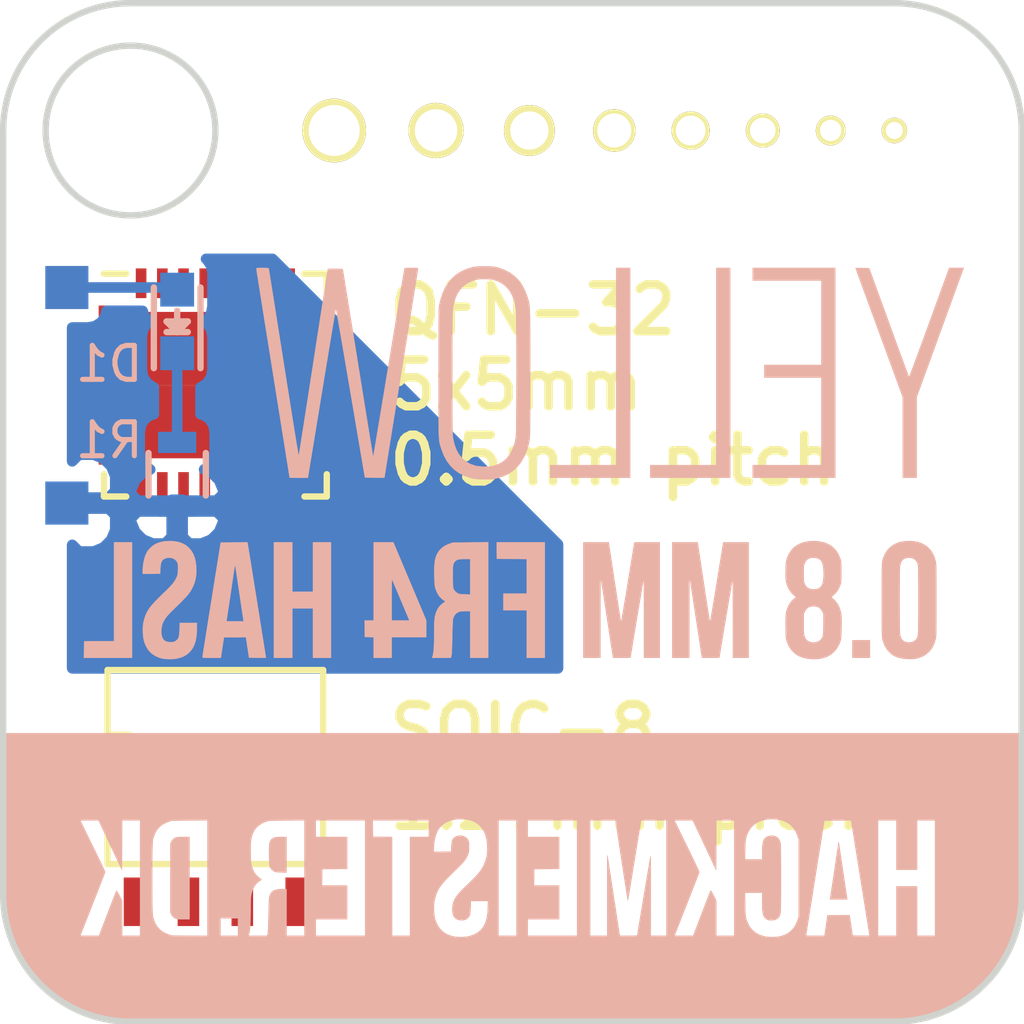
<source format=kicad_pcb>
(kicad_pcb (version 4) (host pcbnew "(2016-05-05 BZR 6775)-product")

  (general
    (links 0)
    (no_connects 0)
    (area 84.439267 87.8041 114.75121 112.173208)
    (thickness 1.6)
    (drawings 15)
    (tracks 5)
    (zones 0)
    (modules 15)
    (nets 4)
  )

  (page A4)
  (layers
    (0 F.Cu signal)
    (31 B.Cu signal)
    (32 B.Adhes user)
    (33 F.Adhes user)
    (34 B.Paste user)
    (35 F.Paste user)
    (36 B.SilkS user)
    (37 F.SilkS user)
    (38 B.Mask user)
    (39 F.Mask user)
    (40 Dwgs.User user hide)
    (41 Cmts.User user)
    (42 Eco1.User user)
    (43 Eco2.User user)
    (44 Edge.Cuts user)
    (45 Margin user)
    (46 B.CrtYd user)
    (47 F.CrtYd user)
    (48 B.Fab user)
    (49 F.Fab user)
  )

  (setup
    (last_trace_width 0.25)
    (user_trace_width 0.1524)
    (user_trace_width 0.1778)
    (user_trace_width 0.2032)
    (user_trace_width 0.254)
    (user_trace_width 0.508)
    (user_trace_width 0.762)
    (user_trace_width 0.9906)
    (user_trace_width 1.4986)
    (trace_clearance 0.1524)
    (zone_clearance 0.3)
    (zone_45_only no)
    (trace_min 0.1524)
    (segment_width 0.2)
    (edge_width 0.15)
    (via_size 0.6)
    (via_drill 0.4)
    (via_min_size 0.4)
    (via_min_drill 0.3)
    (uvia_size 0.3)
    (uvia_drill 0.1)
    (uvias_allowed no)
    (uvia_min_size 0.2)
    (uvia_min_drill 0.1)
    (pcb_text_width 0.3)
    (pcb_text_size 1.5 1.5)
    (mod_edge_width 0.15)
    (mod_text_size 1 1)
    (mod_text_width 0.15)
    (pad_size 0.6 0.6)
    (pad_drill 0.4)
    (pad_to_mask_clearance 0.2)
    (aux_axis_origin 0 0)
    (visible_elements FFFFFF7F)
    (pcbplotparams
      (layerselection 0x00030_ffffffff)
      (usegerberextensions false)
      (excludeedgelayer true)
      (linewidth 0.100000)
      (plotframeref false)
      (viasonmask false)
      (mode 1)
      (useauxorigin false)
      (hpglpennumber 1)
      (hpglpenspeed 20)
      (hpglpendiameter 15)
      (psnegative false)
      (psa4output false)
      (plotreference true)
      (plotvalue true)
      (plotinvisibletext false)
      (padsonsilk false)
      (subtractmaskfromsilk false)
      (outputformat 1)
      (mirror false)
      (drillshape 1)
      (scaleselection 1)
      (outputdirectory ""))
  )

  (net 0 "")
  (net 1 VCC)
  (net 2 "Net-(D1-Pad1)")
  (net 3 GND)

  (net_class Default "This is the default net class."
    (clearance 0.1524)
    (trace_width 0.25)
    (via_dia 0.6)
    (via_drill 0.4)
    (uvia_dia 0.3)
    (uvia_drill 0.1)
    (add_net GND)
    (add_net "Net-(D1-Pad1)")
    (add_net VCC)
  )

  (module Connectors:PTH_Proto_pad (layer F.Cu) (tedit 57AE2A97) (tstamp 57B91ABD)
    (at 109 91)
    (fp_text reference REF** (at 0 2.286) (layer F.SilkS) hide
      (effects (font (size 1 1) (thickness 0.15)))
    )
    (fp_text value PTH_Proto_pad (at 0 -2.286) (layer F.Fab) hide
      (effects (font (size 1 1) (thickness 0.15)))
    )
    (pad 1 thru_hole circle (at 0 0) (size 0.6 0.6) (drill 0.4) (layers *.Cu *.Mask F.SilkS))
  )

  (module Connectors:PTH_Proto_pad (layer F.Cu) (tedit 57AE2A8C) (tstamp 57B91AB9)
    (at 107.5 91)
    (fp_text reference REF** (at 0 2.286) (layer F.SilkS) hide
      (effects (font (size 1 1) (thickness 0.15)))
    )
    (fp_text value PTH_Proto_pad (at 0 -2.286) (layer F.Fab) hide
      (effects (font (size 1 1) (thickness 0.15)))
    )
    (pad 1 thru_hole circle (at 0 0) (size 0.7 0.7) (drill 0.5) (layers *.Cu *.Mask F.SilkS))
  )

  (module Connectors:PTH_Proto_pad (layer F.Cu) (tedit 57AE2A6D) (tstamp 57B91AB5)
    (at 105.9 91)
    (fp_text reference REF** (at 0 2.286) (layer F.SilkS) hide
      (effects (font (size 1 1) (thickness 0.15)))
    )
    (fp_text value PTH_Proto_pad (at 0 -2.286) (layer F.Fab) hide
      (effects (font (size 1 1) (thickness 0.15)))
    )
    (pad 1 thru_hole circle (at 0 0) (size 0.8 0.8) (drill 0.6) (layers *.Cu *.Mask F.SilkS))
  )

  (module Connectors:PTH_Proto_pad (layer F.Cu) (tedit 57AE2A5F) (tstamp 57B91AB1)
    (at 104.2 91)
    (fp_text reference REF** (at 0 2.286) (layer F.SilkS) hide
      (effects (font (size 1 1) (thickness 0.15)))
    )
    (fp_text value PTH_Proto_pad (at 0 -2.286) (layer F.Fab) hide
      (effects (font (size 1 1) (thickness 0.15)))
    )
    (pad 1 thru_hole circle (at 0 0) (size 0.9 0.9) (drill 0.7) (layers *.Cu *.Mask F.SilkS))
  )

  (module Connectors:PTH_Proto_pad (layer F.Cu) (tedit 57AE2A53) (tstamp 57B91AAD)
    (at 102.4 91)
    (fp_text reference REF** (at 0 2.286) (layer F.SilkS) hide
      (effects (font (size 1 1) (thickness 0.15)))
    )
    (fp_text value PTH_Proto_pad (at 0 -2.286) (layer F.Fab) hide
      (effects (font (size 1 1) (thickness 0.15)))
    )
    (pad 1 thru_hole circle (at 0 0) (size 1 1) (drill 0.8) (layers *.Cu *.Mask F.SilkS))
  )

  (module Connectors:PTH_Proto_pad (layer F.Cu) (tedit 57AE2A42) (tstamp 57B91AA9)
    (at 100.4 91)
    (fp_text reference REF** (at 0 2.286) (layer F.SilkS) hide
      (effects (font (size 1 1) (thickness 0.15)))
    )
    (fp_text value PTH_Proto_pad (at 0 -2.286) (layer F.Fab) hide
      (effects (font (size 1 1) (thickness 0.15)))
    )
    (pad 1 thru_hole circle (at 0 0) (size 1.2 1.2) (drill 0.9) (layers *.Cu *.Mask F.SilkS))
  )

  (module Connectors:PTH_Proto_pad (layer F.Cu) (tedit 57AE2A24) (tstamp 57B91AA5)
    (at 98.2 91)
    (fp_text reference REF** (at 0 2.286) (layer F.SilkS) hide
      (effects (font (size 1 1) (thickness 0.15)))
    )
    (fp_text value PTH_Proto_pad (at 0 -2.286) (layer F.Fab) hide
      (effects (font (size 1 1) (thickness 0.15)))
    )
    (pad 1 thru_hole circle (at 0 0) (size 1.3 1.3) (drill 1) (layers *.Cu *.Mask F.SilkS))
  )

  (module Connectors:Small_SMD_Proto_Pad (layer B.Cu) (tedit 57ADB3CE) (tstamp 57B74579)
    (at 89.5 94.7)
    (path /57AE2A64)
    (fp_text reference P1 (at 0 -1.905) (layer B.SilkS) hide
      (effects (font (size 1 1) (thickness 0.15)) (justify mirror))
    )
    (fp_text value CONN_01X01 (at 0 1.905) (layer B.Fab) hide
      (effects (font (size 1 1) (thickness 0.15)) (justify mirror))
    )
    (pad 1 smd rect (at 0 0) (size 1.016 1.016) (layers B.Cu B.Paste B.Mask)
      (net 1 VCC))
  )

  (module Connectors:Small_SMD_Proto_Pad (layer B.Cu) (tedit 57ADB3CE) (tstamp 57B74583)
    (at 89.5 99.78)
    (path /57AE2ABA)
    (fp_text reference P3 (at 0 -1.905) (layer B.SilkS) hide
      (effects (font (size 1 1) (thickness 0.15)) (justify mirror))
    )
    (fp_text value CONN_01X01 (at 0 1.905) (layer B.Fab) hide
      (effects (font (size 1 1) (thickness 0.15)) (justify mirror))
    )
    (pad 1 smd rect (at 0 0) (size 1.016 1.016) (layers B.Cu B.Paste B.Mask)
      (net 3 GND))
  )

  (module Connectors:PTH_Proto_pad (layer F.Cu) (tedit 57AE2A00) (tstamp 57B91A94)
    (at 95.8 91)
    (fp_text reference REF** (at 0 2.286) (layer F.SilkS) hide
      (effects (font (size 1 1) (thickness 0.15)))
    )
    (fp_text value PTH_Proto_pad (at 0 -2.286) (layer F.Fab) hide
      (effects (font (size 1 1) (thickness 0.15)))
    )
    (pad 1 thru_hole circle (at 0 0) (size 1.5 1.5) (drill 1.2) (layers *.Cu *.Mask F.SilkS))
  )

  (module Aesthetics:Sample-Yellow-0.8mm-fr4-hasl (layer B.Cu) (tedit 0) (tstamp 57B00455)
    (at 100 102.6 180)
    (fp_text reference G*** (at 0 0 180) (layer B.SilkS) hide
      (effects (font (thickness 0.3)) (justify mirror))
    )
    (fp_text value LOGO (at 0.75 0 180) (layer B.SilkS) hide
      (effects (font (thickness 0.3)) (justify mirror))
    )
    (fp_poly (pts (xy 11.998814 -4.654021) (xy 11.995513 -6.704542) (xy 11.97155 -6.851722) (xy 11.919813 -7.107122)
      (xy 11.849344 -7.353246) (xy 11.760306 -7.589667) (xy 11.652866 -7.815957) (xy 11.52719 -8.03169)
      (xy 11.495318 -8.080375) (xy 11.406374 -8.207559) (xy 11.316975 -8.322725) (xy 11.221581 -8.432501)
      (xy 11.114655 -8.543515) (xy 11.079471 -8.57808) (xy 10.893922 -8.744788) (xy 10.699112 -8.893142)
      (xy 10.49433 -9.023501) (xy 10.278868 -9.136223) (xy 10.052017 -9.231665) (xy 9.813068 -9.310185)
      (xy 9.561311 -9.372142) (xy 9.471059 -9.389794) (xy 9.339791 -9.413844) (xy 0.037041 -9.415441)
      (xy -0.505386 -9.41553) (xy -1.027039 -9.415608) (xy -1.528311 -9.415674) (xy -2.009595 -9.415727)
      (xy -2.471284 -9.415768) (xy -2.913772 -9.415794) (xy -3.33745 -9.415807) (xy -3.742712 -9.415804)
      (xy -4.12995 -9.415787) (xy -4.499559 -9.415753) (xy -4.85193 -9.415704) (xy -5.187456 -9.415637)
      (xy -5.506531 -9.415553) (xy -5.809547 -9.41545) (xy -6.096897 -9.415329) (xy -6.368974 -9.415189)
      (xy -6.626172 -9.41503) (xy -6.868882 -9.41485) (xy -7.097499 -9.414649) (xy -7.312414 -9.414427)
      (xy -7.514021 -9.414183) (xy -7.702713 -9.413916) (xy -7.878883 -9.413627) (xy -8.042923 -9.413314)
      (xy -8.195226 -9.412977) (xy -8.336186 -9.412616) (xy -8.466195 -9.412229) (xy -8.585647 -9.411816)
      (xy -8.694933 -9.411378) (xy -8.794448 -9.410912) (xy -8.884584 -9.410419) (xy -8.965733 -9.409898)
      (xy -9.038289 -9.409349) (xy -9.102646 -9.40877) (xy -9.159195 -9.408162) (xy -9.208329 -9.407524)
      (xy -9.250442 -9.406855) (xy -9.285926 -9.406155) (xy -9.315175 -9.405424) (xy -9.338581 -9.40466)
      (xy -9.356538 -9.403863) (xy -9.369437 -9.403032) (xy -9.376834 -9.402285) (xy -9.612579 -9.362104)
      (xy -9.838923 -9.304953) (xy -10.059714 -9.22964) (xy -10.2788 -9.134971) (xy -10.345256 -9.102373)
      (xy -10.566048 -8.979516) (xy -10.773866 -8.840306) (xy -10.968019 -8.685628) (xy -11.14782 -8.516366)
      (xy -11.312579 -8.333403) (xy -11.461607 -8.137623) (xy -11.594216 -7.929911) (xy -11.709717 -7.711149)
      (xy -11.80742 -7.482222) (xy -11.886637 -7.244014) (xy -11.931982 -7.06662) (xy -11.9394 -7.034022)
      (xy -11.946215 -7.004499) (xy -11.952455 -6.977086) (xy -11.958147 -6.950824) (xy -11.963316 -6.924751)
      (xy -11.967991 -6.897904) (xy -11.972196 -6.869322) (xy -11.97596 -6.838044) (xy -11.979309 -6.803108)
      (xy -11.982269 -6.763552) (xy -11.984868 -6.718414) (xy -11.987131 -6.666734) (xy -11.989086 -6.607548)
      (xy -11.99076 -6.539896) (xy -11.992178 -6.462816) (xy -11.993369 -6.375347) (xy -11.994358 -6.276526)
      (xy -11.995172 -6.165392) (xy -11.995837 -6.040983) (xy -11.996382 -5.902338) (xy -11.996832 -5.748496)
      (xy -11.997213 -5.578493) (xy -11.997554 -5.391369) (xy -11.997879 -5.186163) (xy -11.998217 -4.961912)
      (xy -11.998594 -4.717654) (xy -11.998679 -4.664604) (xy -11.998691 -4.656667) (xy -9.958917 -4.656667)
      (xy -9.958917 -7.376584) (xy -9.535584 -7.376584) (xy -9.535584 -6.212417) (xy -9.04875 -6.212417)
      (xy -9.04875 -7.376584) (xy -8.614834 -7.376584) (xy -8.614834 -7.370588) (xy -8.41375 -7.370588)
      (xy -8.403715 -7.372469) (xy -8.375794 -7.37383) (xy -8.33326 -7.37461) (xy -8.279389 -7.374752)
      (xy -8.217455 -7.374195) (xy -8.215771 -7.374171) (xy -8.017791 -7.371292) (xy -7.999714 -7.249584)
      (xy -7.989962 -7.184092) (xy -7.978904 -7.110087) (xy -7.968299 -7.039331) (xy -7.963684 -7.00863)
      (xy -7.945731 -6.889386) (xy -7.685035 -6.892214) (xy -7.42434 -6.895042) (xy -7.401213 -7.0485)
      (xy -7.391642 -7.112365) (xy -7.381971 -7.177508) (xy -7.373238 -7.236898) (xy -7.366481 -7.283508)
      (xy -7.365658 -7.289271) (xy -7.353231 -7.376584) (xy -7.137366 -7.376584) (xy -7.064413 -7.376459)
      (xy -7.009959 -7.375934) (xy -6.971338 -7.374778) (xy -6.945884 -7.372762) (xy -6.93093 -7.369658)
      (xy -6.923809 -7.365236) (xy -6.921855 -7.359266) (xy -6.921845 -7.358063) (xy -6.923533 -7.345496)
      (xy -6.928376 -7.313288) (xy -6.936176 -7.2627) (xy -6.946733 -7.194989) (xy -6.959849 -7.111414)
      (xy -6.975324 -7.013235) (xy -6.99296 -6.901709) (xy -7.012556 -6.778097) (xy -7.033915 -6.643657)
      (xy -7.056836 -6.499647) (xy -7.081121 -6.347327) (xy -7.106571 -6.187955) (xy -7.132987 -6.022791)
      (xy -7.136515 -6.00075) (xy -7.279681 -5.106459) (xy -6.746875 -5.106459) (xy -6.746875 -6.926792)
      (xy -6.717885 -7.012288) (xy -6.673393 -7.1171) (xy -6.616353 -7.205089) (xy -6.54602 -7.276901)
      (xy -6.461648 -7.333184) (xy -6.36249 -7.374587) (xy -6.275121 -7.396827) (xy -6.224164 -7.403283)
      (xy -6.159867 -7.406326) (xy -6.089764 -7.406056) (xy -6.021387 -7.402573) (xy -5.962271 -7.395976)
      (xy -5.942542 -7.392412) (xy -5.838681 -7.36096) (xy -5.745766 -7.313192) (xy -5.6657 -7.250522)
      (xy -5.600389 -7.174367) (xy -5.562619 -7.110042) (xy -5.541848 -7.066116) (xy -5.52537 -7.026715)
      (xy -5.512636 -6.988486) (xy -5.503099 -6.948072) (xy -5.496212 -6.902116) (xy -5.491427 -6.847263)
      (xy -5.488196 -6.780157) (xy -5.485972 -6.697441) (xy -5.484797 -6.633104) (xy -5.480325 -6.360584)
      (xy -5.884334 -6.360584) (xy -5.884543 -6.553729) (xy -5.885594 -6.657013) (xy -5.888872 -6.741541)
      (xy -5.894939 -6.809657) (xy -5.904355 -6.863706) (xy -5.917679 -6.906034) (xy -5.935472 -6.938984)
      (xy -5.958294 -6.964901) (xy -5.986705 -6.98613) (xy -5.988055 -6.98697) (xy -6.014592 -7.000494)
      (xy -6.043987 -7.007972) (xy -6.083674 -7.010922) (xy -6.106606 -7.011177) (xy -6.177296 -7.004394)
      (xy -6.232802 -6.983338) (xy -6.274471 -6.946959) (xy -6.303646 -6.894206) (xy -6.317456 -6.846509)
      (xy -6.320005 -6.823326) (xy -6.322234 -6.779105) (xy -6.324142 -6.713971) (xy -6.325728 -6.628052)
      (xy -6.32699 -6.521473) (xy -6.327926 -6.394361) (xy -6.328535 -6.246842) (xy -6.328814 -6.079041)
      (xy -6.328834 -6.016625) (xy -6.328668 -5.841874) (xy -6.328173 -5.687361) (xy -6.327349 -5.553211)
      (xy -6.326199 -5.439552) (xy -6.324724 -5.346508) (xy -6.322927 -5.274207) (xy -6.320808 -5.222775)
      (xy -6.318369 -5.192338) (xy -6.317456 -5.186741) (xy -6.305782 -5.147368) (xy -6.289724 -5.11044)
      (xy -6.282975 -5.098908) (xy -6.244594 -5.058883) (xy -6.194542 -5.032112) (xy -6.137498 -5.018611)
      (xy -6.078146 -5.018395) (xy -6.021166 -5.031481) (xy -5.97124 -5.057885) (xy -5.933049 -5.097622)
      (xy -5.932987 -5.097715) (xy -5.91528 -5.132963) (xy -5.901915 -5.179799) (xy -5.892566 -5.24046)
      (xy -5.886911 -5.317187) (xy -5.884623 -5.412218) (xy -5.884543 -5.431896) (xy -5.884334 -5.577417)
      (xy -5.480062 -5.577417) (xy -5.484842 -5.352521) (xy -5.48726 -5.263081) (xy -5.490765 -5.19087)
      (xy -5.496072 -5.131952) (xy -5.503892 -5.082392) (xy -5.514938 -5.038256) (xy -5.529924 -4.995607)
      (xy -5.549561 -4.950512) (xy -5.562619 -4.923208) (xy -5.616396 -4.836083) (xy -5.685232 -4.763502)
      (xy -5.768496 -4.705802) (xy -5.865554 -4.663321) (xy -5.892795 -4.656667) (xy -5.228167 -4.656667)
      (xy -5.228167 -7.376584) (xy -4.804834 -7.376584) (xy -4.804834 -6.550555) (xy -4.766501 -6.47409)
      (xy -4.744025 -6.430233) (xy -4.721026 -6.386928) (xy -4.702258 -6.353112) (xy -4.701286 -6.351435)
      (xy -4.685215 -6.324691) (xy -4.675739 -6.314139) (xy -4.668877 -6.317636) (xy -4.662022 -6.330268)
      (xy -4.655927 -6.344806) (xy -4.643069 -6.377163) (xy -4.624209 -6.425373) (xy -4.600107 -6.487471)
      (xy -4.571523 -6.561491) (xy -4.539218 -6.645467) (xy -4.503952 -6.737433) (xy -4.466485 -6.835425)
      (xy -4.454839 -6.865938) (xy -4.260038 -7.376584) (xy -4.040311 -7.376584) (xy -3.9747 -7.376385)
      (xy -3.916903 -7.375829) (xy -3.870029 -7.374978) (xy -3.837187 -7.373894) (xy -3.821487 -7.372636)
      (xy -3.820584 -7.372243) (xy -3.824372 -7.361943) (xy -3.835335 -7.33349) (xy -3.852872 -7.288415)
      (xy -3.876382 -7.228252) (xy -3.905264 -7.154534) (xy -3.938917 -7.068792) (xy -3.976739 -6.97256)
      (xy -4.01813 -6.867371) (xy -4.062488 -6.754756) (xy -4.109212 -6.63625) (xy -4.112166 -6.628763)
      (xy -4.159102 -6.509611) (xy -4.203727 -6.395993) (xy -4.245434 -6.289471) (xy -4.283618 -6.19161)
      (xy -4.317672 -6.103973) (xy -4.34699 -6.028125) (xy -4.370967 -5.965629) (xy -4.388995 -5.918049)
      (xy -4.40047 -5.886949) (xy -4.404784 -5.873891) (xy -4.4048 -5.87375) (xy -4.400437 -5.861685)
      (xy -4.387493 -5.8323) (xy -4.36676 -5.787253) (xy -4.339027 -5.728205) (xy -4.305083 -5.656814)
      (xy -4.265719 -5.574741) (xy -4.221724 -5.483644) (xy -4.173889 -5.385183) (xy -4.123001 -5.281017)
      (xy -4.113219 -5.261056) (xy -4.061919 -5.156374) (xy -4.013482 -5.057418) (xy -3.968694 -4.965806)
      (xy -3.928345 -4.883156) (xy -3.893223 -4.811087) (xy -3.864117 -4.751216) (xy -3.841814 -4.705162)
      (xy -3.827104 -4.674543) (xy -3.820775 -4.660978) (xy -3.820584 -4.660452) (xy -3.830642 -4.65931)
      (xy -3.858719 -4.65831) (xy -3.901664 -4.657507) (xy -3.95633 -4.656956) (xy -4.019568 -4.656712)
      (xy -4.034896 -4.656705) (xy -4.249209 -4.656743) (xy -4.524375 -5.240996) (xy -4.799542 -5.825249)
      (xy -4.802278 -5.240958) (xy -4.805013 -4.656667) (xy -3.630084 -4.656667) (xy -3.630084 -7.376584)
      (xy -3.259667 -7.376584) (xy -3.259667 -6.438195) (xy -3.259611 -6.299416) (xy -3.259447 -6.166944)
      (xy -3.259185 -6.042273) (xy -3.258831 -5.926897) (xy -3.258395 -5.82231) (xy -3.257884 -5.730005)
      (xy -3.257308 -5.651476) (xy -3.256673 -5.588218) (xy -3.255988 -5.541723) (xy -3.255262 -5.513486)
      (xy -3.254543 -5.50493) (xy -3.252284 -5.515649) (xy -3.246871 -5.545439) (xy -3.238607 -5.592488)
      (xy -3.227795 -5.654985) (xy -3.214739 -5.73112) (xy -3.199743 -5.819079) (xy -3.18311 -5.917053)
      (xy -3.165145 -6.02323) (xy -3.146149 -6.135798) (xy -3.126428 -6.252947) (xy -3.106286 -6.372864)
      (xy -3.086024 -6.493738) (xy -3.065948 -6.613759) (xy -3.046361 -6.731114) (xy -3.027566 -6.843993)
      (xy -3.009867 -6.950584) (xy -2.993568 -7.049076) (xy -2.978972 -7.137657) (xy -2.966383 -7.214516)
      (xy -2.956106 -7.277842) (xy -2.948442 -7.325823) (xy -2.943696 -7.356648) (xy -2.942167 -7.368381)
      (xy -2.93212 -7.370907) (xy -2.904118 -7.373117) (xy -2.861376 -7.374885) (xy -2.807104 -7.37608)
      (xy -2.744515 -7.376577) (xy -2.736272 -7.376584) (xy -2.530376 -7.376584) (xy -2.52438 -7.342188)
      (xy -2.521918 -7.326727) (xy -2.516526 -7.291917) (xy -2.508444 -7.239337) (xy -2.497914 -7.170567)
      (xy -2.485177 -7.087184) (xy -2.470473 -6.990767) (xy -2.454043 -6.882896) (xy -2.436128 -6.76515)
      (xy -2.416968 -6.639107) (xy -2.396806 -6.506346) (xy -2.380336 -6.397817) (xy -2.35964 -6.261686)
      (xy -2.339781 -6.131618) (xy -2.320994 -6.009125) (xy -2.303515 -5.895721) (xy -2.28758 -5.792918)
      (xy -2.273426 -5.702228) (xy -2.261287 -5.625165) (xy -2.2514 -5.563241) (xy -2.244002 -5.517969)
      (xy -2.239327 -5.490861) (xy -2.237686 -5.483241) (xy -2.237009 -5.492887) (xy -2.236361 -5.522213)
      (xy -2.235752 -5.569732) (xy -2.235186 -5.633957) (xy -2.234673 -5.713403) (xy -2.234218 -5.806582)
      (xy -2.23383 -5.912008) (xy -2.233515 -6.028194) (xy -2.233281 -6.153653) (xy -2.233135 -6.286899)
      (xy -2.233084 -6.426445) (xy -2.233084 -7.376584) (xy -1.830917 -7.376584) (xy -1.830917 -4.656667)
      (xy -1.524 -4.656667) (xy -1.524 -7.376584) (xy -0.359834 -7.376584) (xy -0.359834 -6.985)
      (xy -1.100667 -6.985) (xy -1.100667 -6.19125) (xy -0.507523 -6.19125) (xy -0.510408 -5.998104)
      (xy -0.513292 -5.804959) (xy -0.80698 -5.802145) (xy -1.100667 -5.799332) (xy -1.100667 -5.04825)
      (xy -0.359834 -5.04825) (xy -0.359834 -4.656667) (xy -0.09525 -4.656667) (xy -0.09525 -7.376584)
      (xy 0.328083 -7.376584) (xy 0.328083 -6.556375) (xy 0.576791 -6.556375) (xy 0.579046 -6.715125)
      (xy 0.587322 -6.853269) (xy 0.608261 -6.974757) (xy 0.642278 -7.080196) (xy 0.689789 -7.170193)
      (xy 0.75121 -7.245356) (xy 0.826955 -7.306292) (xy 0.91744 -7.353608) (xy 1.023081 -7.387911)
      (xy 1.042458 -7.392466) (xy 1.102379 -7.401574) (xy 1.175003 -7.406156) (xy 1.252353 -7.406214)
      (xy 1.326455 -7.401751) (xy 1.389336 -7.392769) (xy 1.391404 -7.392337) (xy 1.439248 -7.377901)
      (xy 7.186083 -7.377901) (xy 7.60677 -7.374306) (xy 8.027458 -7.37071) (xy 8.112125 -7.341829)
      (xy 8.209835 -7.299093) (xy 8.292371 -7.242409) (xy 8.360284 -7.171121) (xy 8.414124 -7.08457)
      (xy 8.454442 -6.982098) (xy 8.472754 -6.910917) (xy 8.475758 -6.885911) (xy 8.478454 -6.841803)
      (xy 8.480843 -6.780656) (xy 8.482924 -6.704533) (xy 8.484697 -6.615496) (xy 8.486162 -6.515607)
      (xy 8.48732 -6.40693) (xy 8.48817 -6.291527) (xy 8.488712 -6.171461) (xy 8.488946 -6.048794)
      (xy 8.488872 -5.925589) (xy 8.488491 -5.803909) (xy 8.487802 -5.685816) (xy 8.486805 -5.573372)
      (xy 8.4855 -5.468642) (xy 8.483887 -5.373686) (xy 8.481967 -5.290568) (xy 8.479739 -5.221351)
      (xy 8.477203 -5.168097) (xy 8.474359 -5.132869) (xy 8.472754 -5.122334) (xy 8.445313 -5.022146)
      (xy 8.408411 -4.937104) (xy 8.362424 -4.865648) (xy 8.296123 -4.794326) (xy 8.216529 -4.737823)
      (xy 8.12162 -4.694735) (xy 8.112125 -4.691422) (xy 8.027458 -4.66254) (xy 7.60677 -4.658945)
      (xy 7.340273 -4.656667) (xy 8.773583 -4.656667) (xy 8.773583 -7.376584) (xy 9.196916 -7.376584)
      (xy 9.196916 -6.550555) (xy 9.235249 -6.47409) (xy 9.257725 -6.430233) (xy 9.280724 -6.386928)
      (xy 9.299492 -6.353112) (xy 9.300464 -6.351435) (xy 9.316535 -6.324691) (xy 9.326011 -6.314139)
      (xy 9.332873 -6.317636) (xy 9.339728 -6.330268) (xy 9.345823 -6.344806) (xy 9.358681 -6.377163)
      (xy 9.377541 -6.425373) (xy 9.401643 -6.487471) (xy 9.430227 -6.561491) (xy 9.462532 -6.645467)
      (xy 9.497798 -6.737433) (xy 9.535265 -6.835425) (xy 9.546911 -6.865938) (xy 9.741712 -7.376584)
      (xy 9.961439 -7.376584) (xy 10.02705 -7.376385) (xy 10.084847 -7.375829) (xy 10.131721 -7.374978)
      (xy 10.164563 -7.373894) (xy 10.180263 -7.372636) (xy 10.181166 -7.372243) (xy 10.177378 -7.361943)
      (xy 10.166415 -7.33349) (xy 10.148878 -7.288415) (xy 10.125368 -7.228252) (xy 10.096486 -7.154534)
      (xy 10.062833 -7.068792) (xy 10.025011 -6.97256) (xy 9.98362 -6.867371) (xy 9.939262 -6.754756)
      (xy 9.892538 -6.63625) (xy 9.889584 -6.628763) (xy 9.842648 -6.509611) (xy 9.798023 -6.395993)
      (xy 9.756316 -6.289471) (xy 9.718132 -6.19161) (xy 9.684078 -6.103973) (xy 9.65476 -6.028125)
      (xy 9.630783 -5.965629) (xy 9.612755 -5.918049) (xy 9.60128 -5.886949) (xy 9.596966 -5.873891)
      (xy 9.59695 -5.87375) (xy 9.601313 -5.861685) (xy 9.614257 -5.8323) (xy 9.63499 -5.787253)
      (xy 9.662723 -5.728205) (xy 9.696667 -5.656814) (xy 9.736031 -5.574741) (xy 9.780026 -5.483644)
      (xy 9.827861 -5.385183) (xy 9.878749 -5.281017) (xy 9.888531 -5.261056) (xy 9.939831 -5.156374)
      (xy 9.988268 -5.057418) (xy 10.033056 -4.965806) (xy 10.073405 -4.883156) (xy 10.108527 -4.811087)
      (xy 10.137633 -4.751216) (xy 10.159936 -4.705162) (xy 10.174646 -4.674543) (xy 10.180975 -4.660978)
      (xy 10.181166 -4.660452) (xy 10.171108 -4.65931) (xy 10.143031 -4.65831) (xy 10.100086 -4.657507)
      (xy 10.04542 -4.656956) (xy 9.982182 -4.656712) (xy 9.966854 -4.656705) (xy 9.752541 -4.656743)
      (xy 9.477375 -5.240996) (xy 9.202208 -5.825249) (xy 9.199472 -5.240958) (xy 9.196737 -4.656667)
      (xy 8.773583 -4.656667) (xy 7.340273 -4.656667) (xy 7.186083 -4.655349) (xy 7.186083 -7.377901)
      (xy 1.439248 -7.377901) (xy 1.497383 -7.36036) (xy 1.5909 -7.312399) (xy 1.67073 -7.249362)
      (xy 1.735649 -7.17216) (xy 1.771631 -7.110042) (xy 1.801484 -7.042762) (xy 1.822771 -6.97844)
      (xy 1.836996 -6.910525) (xy 1.845666 -6.832467) (xy 1.849029 -6.773334) (xy 1.84954 -6.666007)
      (xy 1.840618 -6.57076) (xy 1.821131 -6.480201) (xy 1.789947 -6.386941) (xy 1.789833 -6.386644)
      (xy 1.77023 -6.339317) (xy 1.748296 -6.294307) (xy 1.722563 -6.249843) (xy 1.691563 -6.20415)
      (xy 1.653828 -6.155458) (xy 1.607889 -6.101991) (xy 1.55228 -6.041978) (xy 1.485532 -5.973646)
      (xy 1.406177 -5.895222) (xy 1.312747 -5.804932) (xy 1.290672 -5.783792) (xy 1.215576 -5.709031)
      (xy 1.155891 -5.642569) (xy 1.109217 -5.581265) (xy 1.073156 -5.521977) (xy 1.046076 -5.463493)
      (xy 1.034863 -5.431829) (xy 1.027621 -5.400249) (xy 1.023538 -5.362714) (xy 1.021803 -5.313186)
      (xy 1.02156 -5.281084) (xy 1.021856 -5.226849) (xy 1.023568 -5.188503) (xy 1.027512 -5.160777)
      (xy 1.034503 -5.1384) (xy 1.045356 -5.116103) (xy 1.04775 -5.11175) (xy 1.083759 -5.067515)
      (xy 1.132964 -5.036073) (xy 1.190842 -5.018641) (xy 1.252869 -5.016432) (xy 1.314521 -5.030662)
      (xy 1.328208 -5.036405) (xy 1.365805 -5.057158) (xy 1.393627 -5.082245) (xy 1.413295 -5.115182)
      (xy 1.42643 -5.159482) (xy 1.434653 -5.218662) (xy 1.438616 -5.275792) (xy 1.444625 -5.392209)
      (xy 1.852083 -5.397957) (xy 1.852083 -5.326014) (xy 1.846366 -5.214463) (xy 1.829964 -5.105909)
      (xy 1.803997 -5.005268) (xy 1.769586 -4.917455) (xy 1.750908 -4.882174) (xy 1.693273 -4.80436)
      (xy 1.619935 -4.739507) (xy 1.532504 -4.688399) (xy 1.445832 -4.656667) (xy 1.9685 -4.656667)
      (xy 1.9685 -5.04825) (xy 2.413 -5.04825) (xy 2.413 -7.376584) (xy 2.836333 -7.376584)
      (xy 2.836333 -5.048671) (xy 3.286125 -5.042959) (xy 3.289009 -4.849813) (xy 3.291894 -4.656667)
      (xy 3.471333 -4.656667) (xy 3.471333 -7.376584) (xy 4.6355 -7.376584) (xy 4.900083 -7.376584)
      (xy 5.323416 -7.376584) (xy 5.323416 -6.275917) (xy 5.426604 -6.275976) (xy 5.511488 -6.279584)
      (xy 5.57896 -6.291338) (xy 5.631726 -6.312798) (xy 5.672488 -6.34552) (xy 5.703951 -6.391063)
      (xy 5.728464 -6.449924) (xy 5.731135 -6.467732) (xy 5.733967 -6.504214) (xy 5.736853 -6.556878)
      (xy 5.739688 -6.623231) (xy 5.742366 -6.700783) (xy 5.744781 -6.787042) (xy 5.746828 -6.879516)
      (xy 5.746922 -6.884459) (xy 5.749676 -7.011034) (xy 5.752738 -7.116631) (xy 5.756116 -7.201434)
      (xy 5.759819 -7.265629) (xy 5.763856 -7.309402) (xy 5.767815 -7.331604) (xy 5.781074 -7.376584)
      (xy 6.220524 -7.376584) (xy 6.205005 -7.331604) (xy 6.19458 -7.288814) (xy 6.186035 -7.226182)
      (xy 6.179354 -7.143463) (xy 6.174523 -7.040411) (xy 6.172667 -6.963834) (xy 6.466416 -6.963834)
      (xy 6.466416 -7.376584) (xy 6.879166 -7.376584) (xy 6.879166 -6.963834) (xy 6.466416 -6.963834)
      (xy 6.172667 -6.963834) (xy 6.171526 -6.916779) (xy 6.170349 -6.772323) (xy 6.170333 -6.760796)
      (xy 6.169885 -6.663256) (xy 6.168648 -6.584186) (xy 6.166499 -6.520898) (xy 6.163315 -6.470706)
      (xy 6.158973 -6.430924) (xy 6.153818 -6.401062) (xy 6.123408 -6.296604) (xy 6.079567 -6.208451)
      (xy 6.022316 -6.13664) (xy 5.959007 -6.085796) (xy 5.905857 -6.05169) (xy 5.968591 -6.005507)
      (xy 6.034034 -5.946303) (xy 6.086221 -5.873932) (xy 6.126957 -5.785759) (xy 6.135009 -5.762625)
      (xy 6.144197 -5.733526) (xy 6.151223 -5.706839) (xy 6.156456 -5.67894) (xy 6.160263 -5.646204)
      (xy 6.163012 -5.605007) (xy 6.165071 -5.551723) (xy 6.166809 -5.482729) (xy 6.167681 -5.440767)
      (xy 6.168972 -5.338041) (xy 6.168119 -5.252921) (xy 6.164807 -5.181924) (xy 6.158722 -5.12157)
      (xy 6.149547 -5.068375) (xy 6.136969 -5.018858) (xy 6.126584 -4.986306) (xy 6.08565 -4.898256)
      (xy 6.027676 -4.822129) (xy 5.953807 -4.759014) (xy 5.865188 -4.710004) (xy 5.817243 -4.69164)
      (xy 5.730875 -4.662789) (xy 4.900083 -4.655143) (xy 4.900083 -7.376584) (xy 4.6355 -7.376584)
      (xy 4.6355 -6.985) (xy 3.894666 -6.985) (xy 3.894666 -6.19125) (xy 4.48781 -6.19125)
      (xy 4.484926 -5.998104) (xy 4.482041 -5.804959) (xy 4.188354 -5.802145) (xy 3.894666 -5.799332)
      (xy 3.894666 -5.04825) (xy 4.6355 -5.04825) (xy 4.6355 -4.656667) (xy 3.471333 -4.656667)
      (xy 3.291894 -4.656667) (xy 1.9685 -4.656667) (xy 1.445832 -4.656667) (xy 1.432592 -4.65182)
      (xy 1.321808 -4.630557) (xy 1.223327 -4.625101) (xy 1.098799 -4.632724) (xy 0.98885 -4.655295)
      (xy 0.892846 -4.693045) (xy 0.810153 -4.746205) (xy 0.757541 -4.795185) (xy 0.700644 -4.866504)
      (xy 0.656826 -4.944724) (xy 0.624834 -5.033147) (xy 0.603418 -5.135075) (xy 0.593007 -5.229233)
      (xy 0.589903 -5.36366) (xy 0.602489 -5.486932) (xy 0.631446 -5.602819) (xy 0.677452 -5.715089)
      (xy 0.682444 -5.725128) (xy 0.702947 -5.764038) (xy 0.724597 -5.800831) (xy 0.748981 -5.837317)
      (xy 0.777689 -5.875307) (xy 0.812307 -5.91661) (xy 0.854426 -5.963035) (xy 0.905632 -6.016392)
      (xy 0.967516 -6.078492) (xy 1.041665 -6.151143) (xy 1.129667 -6.236156) (xy 1.137999 -6.244167)
      (xy 1.219409 -6.325856) (xy 1.284287 -6.399341) (xy 1.334231 -6.467341) (xy 1.370842 -6.532573)
      (xy 1.395717 -6.597756) (xy 1.410457 -6.665605) (xy 1.415585 -6.71588) (xy 1.415348 -6.805138)
      (xy 1.402254 -6.877765) (xy 1.376008 -6.934162) (xy 1.33632 -6.974731) (xy 1.282895 -6.999871)
      (xy 1.215443 -7.009986) (xy 1.201208 -7.010243) (xy 1.140434 -7.006017) (xy 1.09362 -6.991945)
      (xy 1.055034 -6.965935) (xy 1.040517 -6.95161) (xy 1.02237 -6.928857) (xy 1.008872 -6.902701)
      (xy 0.999167 -6.86941) (xy 0.9924 -6.825254) (xy 0.987713 -6.766504) (xy 0.985017 -6.709834)
      (xy 0.978958 -6.556375) (xy 0.576791 -6.556375) (xy 0.328083 -6.556375) (xy 0.328083 -4.656667)
      (xy -0.09525 -4.656667) (xy -0.359834 -4.656667) (xy -1.524 -4.656667) (xy -1.830917 -4.656667)
      (xy -2.428875 -4.656673) (xy -2.571298 -5.598587) (xy -2.592291 -5.737015) (xy -2.612476 -5.869312)
      (xy -2.631621 -5.994004) (xy -2.649494 -6.109611) (xy -2.665861 -6.214657) (xy -2.68049 -6.307666)
      (xy -2.69315 -6.387159) (xy -2.703608 -6.451661) (xy -2.711631 -6.499694) (xy -2.716987 -6.52978)
      (xy -2.719444 -6.540444) (xy -2.719464 -6.540449) (xy -2.72197 -6.53024) (xy -2.727603 -6.500607)
      (xy -2.736115 -6.453026) (xy -2.747256 -6.388969) (xy -2.760777 -6.30991) (xy -2.776429 -6.217322)
      (xy -2.793963 -6.112679) (xy -2.813131 -5.997453) (xy -2.833683 -5.873118) (xy -2.855369 -5.741147)
      (xy -2.877942 -5.603014) (xy -2.878667 -5.598565) (xy -3.032125 -4.656731) (xy -3.331105 -4.656699)
      (xy -3.630084 -4.656667) (xy -4.805013 -4.656667) (xy -5.228167 -4.656667) (xy -5.892795 -4.656667)
      (xy -5.975776 -4.636398) (xy -6.098528 -4.62537) (xy -6.12037 -4.625101) (xy -6.246239 -4.633039)
      (xy -6.358673 -4.657316) (xy -6.457654 -4.69792) (xy -6.543164 -4.754839) (xy -6.615186 -4.828064)
      (xy -6.673704 -4.917581) (xy -6.717885 -5.020962) (xy -6.746875 -5.106459) (xy -7.279681 -5.106459)
      (xy -7.350841 -4.661959) (xy -7.978083 -4.656355) (xy -7.984281 -4.685615) (xy -7.986635 -4.699235)
      (xy -7.992049 -4.732068) (xy -8.00028 -4.782598) (xy -8.011087 -4.849312) (xy -8.024227 -4.930695)
      (xy -8.039458 -5.025233) (xy -8.056537 -5.131412) (xy -8.075223 -5.247717) (xy -8.095273 -5.372635)
      (xy -8.116446 -5.50465) (xy -8.138498 -5.642249) (xy -8.161188 -5.783917) (xy -8.184274 -5.928141)
      (xy -8.207512 -6.073405) (xy -8.230662 -6.218196) (xy -8.253481 -6.360999) (xy -8.275726 -6.500301)
      (xy -8.297155 -6.634586) (xy -8.317527 -6.76234) (xy -8.336599 -6.88205) (xy -8.354128 -6.992201)
      (xy -8.369873 -7.091278) (xy -8.383592 -7.177768) (xy -8.395041 -7.250156) (xy -8.40398 -7.306928)
      (xy -8.410165 -7.346569) (xy -8.413354 -7.367566) (xy -8.41375 -7.370588) (xy -8.614834 -7.370588)
      (xy -8.614834 -4.656667) (xy -9.04875 -4.656667) (xy -9.04875 -5.820834) (xy -9.535584 -5.820834)
      (xy -9.535584 -4.656667) (xy -9.958917 -4.656667) (xy -11.998691 -4.656667) (xy -12.002013 -2.6035)
      (xy 12.002114 -2.6035) (xy 11.998814 -4.654021)) (layer B.SilkS) (width 0.01))
    (fp_poly (pts (xy -9.25264 1.920663) (xy -9.163511 1.907876) (xy -9.099085 1.891512) (xy -8.998733 1.849218)
      (xy -8.912791 1.791844) (xy -8.840878 1.718975) (xy -8.782615 1.630195) (xy -8.737619 1.525087)
      (xy -8.724171 1.481666) (xy -8.720695 1.468278) (xy -8.717661 1.453454) (xy -8.715036 1.435748)
      (xy -8.712793 1.413711) (xy -8.710901 1.385897) (xy -8.709331 1.35086) (xy -8.708053 1.30715)
      (xy -8.707037 1.253323) (xy -8.706255 1.18793) (xy -8.705676 1.109524) (xy -8.70527 1.016658)
      (xy -8.705009 0.907885) (xy -8.704863 0.781758) (xy -8.704801 0.63683) (xy -8.704792 0.534458)
      (xy -8.704815 0.376849) (xy -8.704905 0.23896) (xy -8.70509 0.119343) (xy -8.7054 0.016552)
      (xy -8.705866 -0.070862) (xy -8.706516 -0.144344) (xy -8.70738 -0.205343) (xy -8.708488 -0.255305)
      (xy -8.709869 -0.295677) (xy -8.711553 -0.327907) (xy -8.71357 -0.353442) (xy -8.71595 -0.373728)
      (xy -8.718721 -0.390213) (xy -8.721913 -0.404345) (xy -8.724171 -0.41275) (xy -8.761755 -0.517784)
      (xy -8.810902 -0.608648) (xy -8.85866 -0.670475) (xy -8.924519 -0.732993) (xy -8.995966 -0.781108)
      (xy -9.076064 -0.816024) (xy -9.167877 -0.838943) (xy -9.274467 -0.851069) (xy -9.323917 -0.853221)
      (xy -9.391725 -0.854224) (xy -9.444323 -0.852866) (xy -9.487578 -0.848727) (xy -9.527358 -0.841388)
      (xy -9.543202 -0.837567) (xy -9.651274 -0.800425) (xy -9.745056 -0.747696) (xy -9.824355 -0.679586)
      (xy -9.888977 -0.596297) (xy -9.938729 -0.498032) (xy -9.973419 -0.384995) (xy -9.973597 -0.384203)
      (xy -9.976758 -0.368067) (xy -9.979511 -0.348795) (xy -9.981883 -0.324917) (xy -9.983902 -0.294963)
      (xy -9.985594 -0.257464) (xy -9.986987 -0.21095) (xy -9.988109 -0.153952) (xy -9.988986 -0.084999)
      (xy -9.989647 -0.002622) (xy -9.990118 0.094648) (xy -9.990426 0.208281) (xy -9.990599 0.339747)
      (xy -9.990664 0.490516) (xy -9.990667 0.534458) (xy -9.990664 0.546495) (xy -9.567737 0.546495)
      (xy -9.567646 0.428963) (xy -9.567323 0.313312) (xy -9.566769 0.201637) (xy -9.565985 0.096033)
      (xy -9.564969 -0.001404) (xy -9.563723 -0.088579) (xy -9.562246 -0.163398) (xy -9.560537 -0.223765)
      (xy -9.558598 -0.267585) (xy -9.556428 -0.292764) (xy -9.555956 -0.295426) (xy -9.534242 -0.359487)
      (xy -9.499303 -0.40791) (xy -9.451235 -0.441854) (xy -9.392032 -0.461088) (xy -9.326533 -0.46486)
      (xy -9.263034 -0.453042) (xy -9.242596 -0.445099) (xy -9.196319 -0.413984) (xy -9.162544 -0.367713)
      (xy -9.140464 -0.30498) (xy -9.133955 -0.26985) (xy -9.131882 -0.244589) (xy -9.129986 -0.19958)
      (xy -9.128285 -0.136245) (xy -9.1268 -0.056003) (xy -9.125548 0.039726) (xy -9.124549 0.149524)
      (xy -9.123821 0.271969) (xy -9.123383 0.405643) (xy -9.123253 0.534458) (xy -9.123413 0.677029)
      (xy -9.12388 0.80965) (xy -9.124636 0.930901) (xy -9.125661 1.039363) (xy -9.126937 1.133616)
      (xy -9.128445 1.21224) (xy -9.130166 1.273816) (xy -9.13208 1.316924) (xy -9.133955 1.338767)
      (xy -9.151782 1.411061) (xy -9.18215 1.466388) (xy -9.225465 1.505123) (xy -9.282132 1.52764)
      (xy -9.345487 1.534351) (xy -9.414454 1.525681) (xy -9.471602 1.499631) (xy -9.515908 1.457026)
      (xy -9.546351 1.398693) (xy -9.555956 1.364342) (xy -9.558174 1.343232) (xy -9.56016 1.303052)
      (xy -9.561915 1.245896) (xy -9.56344 1.173861) (xy -9.564733 1.08904) (xy -9.565796 0.99353)
      (xy -9.566628 0.889425) (xy -9.567228 0.778821) (xy -9.567598 0.663813) (xy -9.567737 0.546495)
      (xy -9.990664 0.546495) (xy -9.990626 0.690658) (xy -9.990484 0.827161) (xy -9.990215 0.945436)
      (xy -9.989791 1.046954) (xy -9.989184 1.133184) (xy -9.988367 1.205595) (xy -9.987314 1.265658)
      (xy -9.985996 1.314842) (xy -9.984387 1.354616) (xy -9.982458 1.386451) (xy -9.980184 1.411815)
      (xy -9.977536 1.43218) (xy -9.974487 1.449013) (xy -9.973597 1.453119) (xy -9.939021 1.566227)
      (xy -9.889421 1.664502) (xy -9.825005 1.747736) (xy -9.745982 1.815716) (xy -9.652561 1.868231)
      (xy -9.544951 1.905071) (xy -9.520951 1.910713) (xy -9.439267 1.922442) (xy -9.347195 1.925638)
      (xy -9.25264 1.920663)) (layer B.SilkS) (width 0.01))
    (fp_poly (pts (xy -6.9673 1.917913) (xy -6.851113 1.893348) (xy -6.748014 1.852763) (xy -6.658452 1.796448)
      (xy -6.582876 1.724694) (xy -6.521737 1.637794) (xy -6.475483 1.536039) (xy -6.470139 1.520374)
      (xy -6.459902 1.48747) (xy -6.452296 1.457308) (xy -6.446819 1.425578) (xy -6.442972 1.387974)
      (xy -6.440254 1.340188) (xy -6.438165 1.277912) (xy -6.437103 1.23593) (xy -6.435692 1.158359)
      (xy -6.435744 1.097683) (xy -6.437458 1.049671) (xy -6.441033 1.01009) (xy -6.446667 0.974709)
      (xy -6.450137 0.95808) (xy -6.482288 0.853628) (xy -6.529649 0.762941) (xy -6.593344 0.683984)
      (xy -6.611122 0.666614) (xy -6.681273 0.600991) (xy -6.645283 0.573053) (xy -6.582433 0.515815)
      (xy -6.532337 0.449769) (xy -6.502934 0.396875) (xy -6.48265 0.353274) (xy -6.466647 0.311171)
      (xy -6.454504 0.267386) (xy -6.445801 0.218737) (xy -6.440115 0.162041) (xy -6.437028 0.094119)
      (xy -6.436117 0.011788) (xy -6.436962 -0.088133) (xy -6.437148 -0.100542) (xy -6.438512 -0.182934)
      (xy -6.439958 -0.247465) (xy -6.441794 -0.297441) (xy -6.444328 -0.336165) (xy -6.447868 -0.366942)
      (xy -6.452721 -0.393077) (xy -6.459195 -0.417875) (xy -6.4676 -0.44464) (xy -6.46985 -0.451458)
      (xy -6.514386 -0.55594) (xy -6.573518 -0.645192) (xy -6.646945 -0.719022) (xy -6.734368 -0.777238)
      (xy -6.835487 -0.81965) (xy -6.950003 -0.846065) (xy -7.077616 -0.856292) (xy -7.103617 -0.856387)
      (xy -7.160065 -0.854339) (xy -7.218445 -0.849597) (xy -7.269274 -0.843019) (xy -7.286625 -0.839802)
      (xy -7.396029 -0.806739) (xy -7.492568 -0.757025) (xy -7.575559 -0.691269) (xy -7.644315 -0.610083)
      (xy -7.698153 -0.514078) (xy -7.722401 -0.451458) (xy -7.731296 -0.423767) (xy -7.738189 -0.398808)
      (xy -7.74339 -0.373276) (xy -7.747205 -0.343865) (xy -7.749944 -0.307272) (xy -7.751914 -0.260192)
      (xy -7.753423 -0.199319) (xy -7.754779 -0.121349) (xy -7.755103 -0.100542) (xy -7.756194 -0.010634)
      (xy -7.756307 0.061295) (xy -7.755327 0.118417) (xy -7.753139 0.163903) (xy -7.74963 0.200923)
      (xy -7.748781 0.206375) (xy -7.328959 0.206375) (xy -7.328959 -0.03175) (xy -7.328613 -0.118783)
      (xy -7.32726 -0.187717) (xy -7.324423 -0.241615) (xy -7.319628 -0.283537) (xy -7.312399 -0.316545)
      (xy -7.30226 -0.343701) (xy -7.288736 -0.368067) (xy -7.273315 -0.39009) (xy -7.232967 -0.427492)
      (xy -7.179857 -0.452876) (xy -7.119259 -0.465294) (xy -7.056451 -0.463799) (xy -6.996708 -0.447447)
      (xy -6.984683 -0.441854) (xy -6.950759 -0.419671) (xy -6.921425 -0.392174) (xy -6.913626 -0.382048)
      (xy -6.898039 -0.3564) (xy -6.885992 -0.330057) (xy -6.877042 -0.299907) (xy -6.870749 -0.262838)
      (xy -6.866674 -0.215736) (xy -6.864375 -0.15549) (xy -6.863412 -0.078988) (xy -6.863292 -0.026459)
      (xy -6.863292 0.206375) (xy -6.893439 0.267769) (xy -6.924471 0.319862) (xy -6.96019 0.355154)
      (xy -7.004874 0.376144) (xy -7.062803 0.385336) (xy -7.096125 0.386291) (xy -7.161828 0.381819)
      (xy -7.212257 0.366734) (xy -7.251693 0.338535) (xy -7.284414 0.294718) (xy -7.298812 0.267769)
      (xy -7.328959 0.206375) (xy -7.748781 0.206375) (xy -7.744686 0.232649) (xy -7.742735 0.242421)
      (xy -7.712263 0.346084) (xy -7.6674 0.438057) (xy -7.609534 0.515913) (xy -7.559791 0.562507)
      (xy -7.536278 0.58285) (xy -7.521743 0.598617) (xy -7.519459 0.603338) (xy -7.527228 0.614032)
      (xy -7.547309 0.632554) (xy -7.567716 0.648964) (xy -7.624513 0.703829) (xy -7.674835 0.775414)
      (xy -7.715893 0.859597) (xy -7.723277 0.879042) (xy -7.732496 0.905286) (xy -7.739474 0.928533)
      (xy -7.744524 0.952256) (xy -7.747958 0.979927) (xy -7.750088 1.015019) (xy -7.751226 1.061004)
      (xy -7.751493 1.096159) (xy -7.332837 1.096159) (xy -7.326543 1.007773) (xy -7.312522 0.936499)
      (xy -7.29018 0.880825) (xy -7.25892 0.839242) (xy -7.218146 0.810237) (xy -7.170209 0.792995)
      (xy -7.094417 0.784778) (xy -7.022042 0.79501) (xy -6.967818 0.817131) (xy -6.926753 0.851644)
      (xy -6.894223 0.902582) (xy -6.891038 0.909208) (xy -6.881124 0.931257) (xy -6.873907 0.951322)
      (xy -6.868963 0.973239) (xy -6.865868 1.000844) (xy -6.864199 1.037974) (xy -6.863531 1.088464)
      (xy -6.863441 1.15615) (xy -6.863443 1.158875) (xy -6.863688 1.228) (xy -6.864548 1.279733)
      (xy -6.866399 1.317848) (xy -6.869617 1.34612) (xy -6.874578 1.368321) (xy -6.881658 1.388226)
      (xy -6.88766 1.401905) (xy -6.911343 1.447849) (xy -6.935379 1.479164) (xy -6.965163 1.501777)
      (xy -6.990292 1.514679) (xy -7.043558 1.530394) (xy -7.102997 1.533933) (xy -7.162476 1.526193)
      (xy -7.215861 1.508071) (xy -7.257017 1.480467) (xy -7.262409 1.474837) (xy -7.287471 1.440319)
      (xy -7.306073 1.3988) (xy -7.319126 1.346728) (xy -7.32754 1.280548) (xy -7.332002 1.203166)
      (xy -7.332837 1.096159) (xy -7.751493 1.096159) (xy -7.751685 1.121353) (xy -7.751776 1.195916)
      (xy -7.751699 1.273372) (xy -7.751224 1.333223) (xy -7.750034 1.379031) (xy -7.747811 1.414359)
      (xy -7.744235 1.442768) (xy -7.738991 1.46782) (xy -7.731758 1.493077) (xy -7.7228 1.520374)
      (xy -7.677683 1.624942) (xy -7.617907 1.714363) (xy -7.543834 1.788403) (xy -7.455826 1.846826)
      (xy -7.354245 1.889399) (xy -7.239454 1.915886) (xy -7.111813 1.926054) (xy -7.096125 1.926166)
      (xy -6.9673 1.917913)) (layer B.SilkS) (width 0.01))
    (fp_poly (pts (xy 8.206768 1.917103) (xy 8.32301 1.890252) (xy 8.409157 1.855642) (xy 8.463897 1.821716)
      (xy 8.52011 1.774893) (xy 8.570829 1.721685) (xy 8.608908 1.66891) (xy 8.646885 1.588785)
      (xy 8.676941 1.493532) (xy 8.697956 1.388067) (xy 8.70881 1.277306) (xy 8.710083 1.22507)
      (xy 8.710083 1.153126) (xy 8.506354 1.156) (xy 8.302625 1.158875) (xy 8.296616 1.275291)
      (xy 8.291044 1.348139) (xy 8.281792 1.403434) (xy 8.26724 1.444693) (xy 8.245767 1.47543)
      (xy 8.215751 1.499159) (xy 8.186208 1.514679) (xy 8.125284 1.532873) (xy 8.062942 1.534347)
      (xy 8.003706 1.520317) (xy 7.9521 1.491998) (xy 7.912646 1.450605) (xy 7.90575 1.439333)
      (xy 7.894125 1.4165) (xy 7.886508 1.394522) (xy 7.882082 1.368131) (xy 7.880033 1.332056)
      (xy 7.879545 1.28103) (xy 7.87956 1.27) (xy 7.880404 1.211955) (xy 7.883179 1.169008)
      (xy 7.888695 1.13512) (xy 7.897765 1.104254) (xy 7.904076 1.08759) (xy 7.932142 1.027261)
      (xy 7.968497 0.967958) (xy 8.01554 0.90654) (xy 8.075669 0.839867) (xy 8.148672 0.767291)
      (xy 8.245321 0.674219) (xy 8.327579 0.593392) (xy 8.396914 0.523039) (xy 8.454796 0.461386)
      (xy 8.50269 0.406662) (xy 8.542066 0.357092) (xy 8.574391 0.310904) (xy 8.601133 0.266325)
      (xy 8.62376 0.221582) (xy 8.64374 0.174903) (xy 8.647833 0.164439) (xy 8.679054 0.071158)
      (xy 8.698575 -0.019397) (xy 8.707528 -0.114618) (xy 8.707044 -0.221897) (xy 8.707029 -0.22225)
      (xy 8.701157 -0.310388) (xy 8.690706 -0.384135) (xy 8.674171 -0.45004) (xy 8.650044 -0.514655)
      (xy 8.629631 -0.558959) (xy 8.5759 -0.645556) (xy 8.506401 -0.718625) (xy 8.422356 -0.777255)
      (xy 8.32499 -0.820539) (xy 8.249404 -0.841254) (xy 8.18711 -0.850408) (xy 8.113289 -0.855043)
      (xy 8.035916 -0.855158) (xy 7.962966 -0.850749) (xy 7.902414 -0.841813) (xy 7.900458 -0.841382)
      (xy 7.803767 -0.814315) (xy 7.723115 -0.778988) (xy 7.654225 -0.733087) (xy 7.593735 -0.675314)
      (xy 7.5391 -0.603138) (xy 7.496822 -0.520967) (xy 7.466258 -0.426702) (xy 7.446765 -0.318247)
      (xy 7.437699 -0.193503) (xy 7.437046 -0.164042) (xy 7.434791 -0.005292) (xy 7.836958 -0.005292)
      (xy 7.843017 -0.15875) (xy 7.846696 -0.231079) (xy 7.851805 -0.28598) (xy 7.8592 -0.327182)
      (xy 7.869738 -0.358417) (xy 7.884276 -0.383415) (xy 7.898517 -0.400527) (xy 7.93541 -0.431937)
      (xy 7.978219 -0.450567) (xy 8.032679 -0.458507) (xy 8.059208 -0.459159) (xy 8.129323 -0.451818)
      (xy 8.185356 -0.429525) (xy 8.227598 -0.391881) (xy 8.256342 -0.338483) (xy 8.271881 -0.26893)
      (xy 8.274506 -0.182821) (xy 8.273585 -0.164796) (xy 8.264959 -0.093483) (xy 8.247312 -0.02673)
      (xy 8.219043 0.03818) (xy 8.178555 0.103965) (xy 8.124247 0.173343) (xy 8.05452 0.249031)
      (xy 7.995999 0.306916) (xy 7.906721 0.393086) (xy 7.831435 0.466738) (xy 7.768551 0.52968)
      (xy 7.716482 0.583724) (xy 7.673638 0.630678) (xy 7.638432 0.672353) (xy 7.609276 0.710558)
      (xy 7.58458 0.747104) (xy 7.562756 0.783799) (xy 7.542216 0.822454) (xy 7.540444 0.825956)
      (xy 7.492872 0.938085) (xy 7.462412 1.053493) (xy 7.448382 1.175947) (xy 7.450104 1.309217)
      (xy 7.451007 1.32185) (xy 7.464815 1.437054) (xy 7.488191 1.536095) (xy 7.522386 1.622275)
      (xy 7.568651 1.698894) (xy 7.615541 1.755899) (xy 7.688866 1.820522) (xy 7.775035 1.869565)
      (xy 7.874682 1.903258) (xy 7.988444 1.921834) (xy 8.081327 1.925983) (xy 8.206768 1.917103)) (layer B.SilkS) (width 0.01))
    (fp_poly (pts (xy -8.011584 -0.8255) (xy -8.424334 -0.8255) (xy -8.424334 -0.41275) (xy -8.011584 -0.41275)
      (xy -8.011584 -0.8255)) (layer B.SilkS) (width 0.01))
    (fp_poly (pts (xy -3.767667 -0.8255) (xy -4.169834 -0.8255) (xy -4.169834 0.123472) (xy -4.169884 0.263063)
      (xy -4.170029 0.396367) (xy -4.170263 0.521896) (xy -4.170577 0.638164) (xy -4.170965 0.743684)
      (xy -4.171419 0.83697) (xy -4.171932 0.916534) (xy -4.172497 0.980891) (xy -4.173106 1.028553)
      (xy -4.173753 1.058034) (xy -4.17443 1.067847) (xy -4.174436 1.067842) (xy -4.176675 1.056928)
      (xy -4.181834 1.026596) (xy -4.189676 0.97836) (xy -4.199966 0.913731) (xy -4.212467 0.834223)
      (xy -4.226944 0.741348) (xy -4.24316 0.636618) (xy -4.26088 0.521547) (xy -4.279868 0.397648)
      (xy -4.299888 0.266432) (xy -4.317086 0.153266) (xy -4.337871 0.016317) (xy -4.357842 -0.115162)
      (xy -4.37676 -0.23959) (xy -4.394382 -0.355389) (xy -4.410469 -0.46098) (xy -4.424779 -0.554785)
      (xy -4.437072 -0.635224) (xy -4.447106 -0.700718) (xy -4.454642 -0.749689) (xy -4.459438 -0.780558)
      (xy -4.46113 -0.791104) (xy -4.467126 -0.8255) (xy -4.673022 -0.8255) (xy -4.736424 -0.8251)
      (xy -4.79191 -0.823984) (xy -4.836269 -0.822282) (xy -4.866287 -0.82012) (xy -4.878753 -0.817626)
      (xy -4.878917 -0.817298) (xy -4.880621 -0.804381) (xy -4.88553 -0.772593) (xy -4.893341 -0.723746)
      (xy -4.90375 -0.659651) (xy -4.916454 -0.58212) (xy -4.931148 -0.492964) (xy -4.94753 -0.393994)
      (xy -4.965295 -0.287021) (xy -4.98414 -0.173857) (xy -5.003761 -0.056313) (xy -5.023855 0.063799)
      (xy -5.044118 0.184668) (xy -5.064246 0.304483) (xy -5.083935 0.421432) (xy -5.102883 0.533705)
      (xy -5.120786 0.639489) (xy -5.137339 0.736974) (xy -5.152239 0.824347) (xy -5.165182 0.899799)
      (xy -5.175866 0.961516) (xy -5.183985 1.007689) (xy -5.189238 1.036505) (xy -5.191293 1.046153)
      (xy -5.192051 1.036591) (xy -5.192775 1.007356) (xy -5.193457 0.959942) (xy -5.194089 0.895843)
      (xy -5.194663 0.816553) (xy -5.19517 0.723564) (xy -5.195602 0.618372) (xy -5.195951 0.50247)
      (xy -5.196208 0.377352) (xy -5.196367 0.244511) (xy -5.196417 0.112889) (xy -5.196417 -0.8255)
      (xy -5.566834 -0.8255) (xy -5.566834 1.894416) (xy -5.267855 1.894384) (xy -4.968875 1.894352)
      (xy -4.815417 0.952518) (xy -4.79282 0.814215) (xy -4.771102 0.682027) (xy -4.750511 0.557428)
      (xy -4.731295 0.441892) (xy -4.713706 0.336891) (xy -4.69799 0.243899) (xy -4.684398 0.16439)
      (xy -4.673178 0.099837) (xy -4.66458 0.051713) (xy -4.658852 0.021491) (xy -4.656243 0.010645)
      (xy -4.656214 0.010634) (xy -4.653825 0.020847) (xy -4.648531 0.050515) (xy -4.640565 0.098163)
      (xy -4.630159 0.162312) (xy -4.617546 0.241487) (xy -4.602958 0.334209) (xy -4.586627 0.439002)
      (xy -4.568786 0.55439) (xy -4.549667 0.678894) (xy -4.529502 0.811038) (xy -4.508524 0.949344)
      (xy -4.508048 0.952497) (xy -4.365625 1.89441) (xy -3.767667 1.894416) (xy -3.767667 -0.8255)) (layer B.SilkS) (width 0.01))
    (fp_poly (pts (xy -1.672167 -0.8255) (xy -2.074334 -0.8255) (xy -2.074334 0.123472) (xy -2.074384 0.263063)
      (xy -2.074529 0.396367) (xy -2.074763 0.521896) (xy -2.075077 0.638164) (xy -2.075465 0.743684)
      (xy -2.075919 0.83697) (xy -2.076432 0.916534) (xy -2.076997 0.980891) (xy -2.077606 1.028553)
      (xy -2.078253 1.058034) (xy -2.07893 1.067847) (xy -2.078936 1.067842) (xy -2.081175 1.056928)
      (xy -2.086334 1.026596) (xy -2.094176 0.97836) (xy -2.104466 0.913731) (xy -2.116967 0.834223)
      (xy -2.131444 0.741348) (xy -2.14766 0.636618) (xy -2.16538 0.521547) (xy -2.184368 0.397648)
      (xy -2.204388 0.266432) (xy -2.221586 0.153266) (xy -2.242371 0.016317) (xy -2.262342 -0.115162)
      (xy -2.28126 -0.23959) (xy -2.298882 -0.355389) (xy -2.314969 -0.46098) (xy -2.329279 -0.554785)
      (xy -2.341572 -0.635224) (xy -2.351606 -0.700718) (xy -2.359142 -0.749689) (xy -2.363938 -0.780558)
      (xy -2.36563 -0.791104) (xy -2.371626 -0.8255) (xy -2.577522 -0.8255) (xy -2.640924 -0.8251)
      (xy -2.69641 -0.823984) (xy -2.740769 -0.822282) (xy -2.770787 -0.82012) (xy -2.783253 -0.817626)
      (xy -2.783417 -0.817298) (xy -2.785121 -0.804381) (xy -2.79003 -0.772593) (xy -2.797841 -0.723746)
      (xy -2.80825 -0.659651) (xy -2.820954 -0.58212) (xy -2.835648 -0.492964) (xy -2.85203 -0.393994)
      (xy -2.869795 -0.287021) (xy -2.88864 -0.173857) (xy -2.908261 -0.056313) (xy -2.928355 0.063799)
      (xy -2.948618 0.184668) (xy -2.968746 0.304483) (xy -2.988435 0.421432) (xy -3.007383 0.533705)
      (xy -3.025286 0.639489) (xy -3.041839 0.736974) (xy -3.056739 0.824347) (xy -3.069682 0.899799)
      (xy -3.080366 0.961516) (xy -3.088485 1.007689) (xy -3.093738 1.036505) (xy -3.095793 1.046153)
      (xy -3.096551 1.036591) (xy -3.097275 1.007356) (xy -3.097957 0.959942) (xy -3.098589 0.895843)
      (xy -3.099163 0.816553) (xy -3.09967 0.723564) (xy -3.100102 0.618372) (xy -3.100451 0.50247)
      (xy -3.100708 0.377352) (xy -3.100867 0.244511) (xy -3.100917 0.112889) (xy -3.100917 -0.8255)
      (xy -3.471334 -0.8255) (xy -3.471334 1.894416) (xy -3.172355 1.894384) (xy -2.873375 1.894352)
      (xy -2.719917 0.952518) (xy -2.69732 0.814215) (xy -2.675602 0.682027) (xy -2.655011 0.557428)
      (xy -2.635795 0.441892) (xy -2.618206 0.336891) (xy -2.60249 0.243899) (xy -2.588898 0.16439)
      (xy -2.577678 0.099837) (xy -2.56908 0.051713) (xy -2.563352 0.021491) (xy -2.560743 0.010645)
      (xy -2.560714 0.010634) (xy -2.558325 0.020847) (xy -2.553031 0.050515) (xy -2.545065 0.098163)
      (xy -2.534659 0.162312) (xy -2.522046 0.241487) (xy -2.507458 0.334209) (xy -2.491127 0.439002)
      (xy -2.473286 0.55439) (xy -2.454167 0.678894) (xy -2.434002 0.811038) (xy -2.413024 0.949344)
      (xy -2.412548 0.952497) (xy -2.270125 1.89441) (xy -1.672167 1.894416) (xy -1.672167 -0.8255)) (layer B.SilkS) (width 0.01))
    (fp_poly (pts (xy 0.368009 1.701271) (xy 0.365125 1.508125) (xy 0.013229 1.505336) (xy -0.338667 1.502548)
      (xy -0.338667 0.687916) (xy 0.211666 0.687916) (xy 0.211666 0.296333) (xy -0.338667 0.296333)
      (xy -0.338667 -0.8255) (xy -0.762 -0.8255) (xy -0.762 1.894416) (xy 0.370894 1.894416)
      (xy 0.368009 1.701271)) (layer B.SilkS) (width 0.01))
    (fp_poly (pts (xy 0.986895 1.892117) (xy 1.402291 1.888294) (xy 1.48866 1.859443) (xy 1.584019 1.817665)
      (xy 1.665184 1.761254) (xy 1.73101 1.691301) (xy 1.78035 1.608897) (xy 1.798 1.564777)
      (xy 1.813012 1.515779) (xy 1.824411 1.465415) (xy 1.832513 1.410203) (xy 1.837631 1.346661)
      (xy 1.840081 1.271306) (xy 1.840178 1.180658) (xy 1.839097 1.110317) (xy 1.837382 1.032011)
      (xy 1.835532 0.971247) (xy 1.833177 0.924399) (xy 1.82995 0.887843) (xy 1.825483 0.857954)
      (xy 1.819409 0.831108) (xy 1.811359 0.80368) (xy 1.806426 0.788458) (xy 1.768103 0.696218)
      (xy 1.71875 0.620395) (xy 1.656562 0.558354) (xy 1.640008 0.545576) (xy 1.577274 0.499394)
      (xy 1.630424 0.465287) (xy 1.699782 0.408289) (xy 1.755752 0.334915) (xy 1.798311 0.245202)
      (xy 1.825234 0.150022) (xy 1.830758 0.117476) (xy 1.835009 0.077006) (xy 1.838111 0.025925)
      (xy 1.840187 -0.038454) (xy 1.841361 -0.118817) (xy 1.84175 -0.209713) (xy 1.842793 -0.355721)
      (xy 1.845655 -0.480885) (xy 1.85035 -0.585452) (xy 1.856893 -0.669667) (xy 1.8653 -0.733777)
      (xy 1.875585 -0.778028) (xy 1.876422 -0.780521) (xy 1.89194 -0.8255) (xy 1.452491 -0.8255)
      (xy 1.439232 -0.780521) (xy 1.434885 -0.755119) (xy 1.430879 -0.709463) (xy 1.427206 -0.643368)
      (xy 1.423858 -0.556648) (xy 1.420825 -0.449116) (xy 1.418339 -0.333375) (xy 1.416314 -0.240646)
      (xy 1.413916 -0.154001) (xy 1.411249 -0.075934) (xy 1.408419 -0.008935) (xy 1.405533 0.044503)
      (xy 1.402696 0.08189) (xy 1.400014 0.100733) (xy 1.399881 0.10116) (xy 1.369753 0.168467)
      (xy 1.32966 0.21797) (xy 1.278036 0.251294) (xy 1.243541 0.263485) (xy 1.214 0.268619)
      (xy 1.170682 0.272597) (xy 1.120969 0.274829) (xy 1.09802 0.275107) (xy 0.994833 0.275166)
      (xy 0.994833 -0.8255) (xy 0.5715 -0.8255) (xy 0.5715 1.502833) (xy 0.994833 1.502833)
      (xy 0.994833 0.664195) (xy 1.125027 0.668529) (xy 1.181533 0.670816) (xy 1.221854 0.673864)
      (xy 1.250972 0.678571) (xy 1.273867 0.685836) (xy 1.29552 0.696557) (xy 1.302411 0.700519)
      (xy 1.346742 0.73595) (xy 1.375947 0.774191) (xy 1.384265 0.789385) (xy 1.390664 0.804193)
      (xy 1.395439 0.821595) (xy 1.398888 0.844571) (xy 1.401308 0.876102) (xy 1.402996 0.919167)
      (xy 1.404248 0.976746) (xy 1.405363 1.051821) (xy 1.405633 1.072026) (xy 1.406419 1.165457)
      (xy 1.405747 1.240417) (xy 1.403198 1.299575) (xy 1.398352 1.345603) (xy 1.390789 1.381171)
      (xy 1.380091 1.408949) (xy 1.365837 1.431607) (xy 1.347607 1.451814) (xy 1.345649 1.453708)
      (xy 1.321476 1.473068) (xy 1.293223 1.486798) (xy 1.256969 1.495749) (xy 1.20879 1.500773)
      (xy 1.144762 1.50272) (xy 1.119257 1.502833) (xy 0.994833 1.502833) (xy 0.5715 1.502833)
      (xy 0.5715 1.89594) (xy 0.986895 1.892117)) (layer B.SilkS) (width 0.01))
    (fp_poly (pts (xy 3.27025 0.052916) (xy 3.482394 0.052916) (xy 3.479509 -0.140229) (xy 3.476625 -0.333375)
      (xy 3.373437 -0.336404) (xy 3.27025 -0.339433) (xy 3.27025 -0.8255) (xy 2.846916 -0.8255)
      (xy 2.846916 -0.338667) (xy 2.032 -0.338667) (xy 2.032 0.052916) (xy 2.426358 0.052916)
      (xy 2.846916 0.052916) (xy 2.846916 0.546805) (xy 2.846826 0.64659) (xy 2.846568 0.739443)
      (xy 2.846161 0.823313) (xy 2.845622 0.896152) (xy 2.84497 0.95591) (xy 2.844224 1.000537)
      (xy 2.8434 1.027985) (xy 2.842567 1.036285) (xy 2.837732 1.025952) (xy 2.825503 0.997967)
      (xy 2.806674 0.954199) (xy 2.78204 0.896514) (xy 2.752396 0.826779) (xy 2.718538 0.746861)
      (xy 2.68126 0.658628) (xy 2.641357 0.563946) (xy 2.632288 0.542396) (xy 2.426358 0.052916)
      (xy 2.032 0.052916) (xy 2.032 0.05725) (xy 2.393311 0.914979) (xy 2.447733 1.044154)
      (xy 2.500265 1.168803) (xy 2.55026 1.287399) (xy 2.597076 1.398414) (xy 2.640068 1.500322)
      (xy 2.67859 1.591595) (xy 2.711999 1.670706) (xy 2.739649 1.736127) (xy 2.760896 1.78633)
      (xy 2.775096 1.819789) (xy 2.780986 1.833562) (xy 2.80735 1.894416) (xy 3.27025 1.894416)
      (xy 3.27025 0.052916)) (layer B.SilkS) (width 0.01))
    (fp_poly (pts (xy 4.699 0.73025) (xy 5.185833 0.73025) (xy 5.185833 1.894416) (xy 5.61975 1.894416)
      (xy 5.61975 -0.8255) (xy 5.185833 -0.8255) (xy 5.185833 0.338666) (xy 4.699 0.338666)
      (xy 4.699 -0.8255) (xy 4.275666 -0.8255) (xy 4.275666 1.894416) (xy 4.699 1.894416)
      (xy 4.699 0.73025)) (layer B.SilkS) (width 0.01))
    (fp_poly (pts (xy 6.873159 1.889125) (xy 7.087485 0.550333) (xy 7.114012 0.384502) (xy 7.1396 0.224298)
      (xy 7.16405 0.070981) (xy 7.187162 -0.074191) (xy 7.208737 -0.209959) (xy 7.228576 -0.335065)
      (xy 7.24648 -0.448248) (xy 7.26225 -0.548251) (xy 7.275687 -0.633814) (xy 7.286591 -0.703679)
      (xy 7.294765 -0.756587) (xy 7.300007 -0.791278) (xy 7.30212 -0.806494) (xy 7.302155 -0.806979)
      (xy 7.300823 -0.813239) (xy 7.294785 -0.817912) (xy 7.281373 -0.821227) (xy 7.257921 -0.823414)
      (xy 7.221764 -0.824702) (xy 7.170234 -0.82532) (xy 7.100664 -0.825497) (xy 7.086634 -0.8255)
      (xy 6.870769 -0.8255) (xy 6.858342 -0.738188) (xy 6.851994 -0.694255) (xy 6.843506 -0.636425)
      (xy 6.833915 -0.571727) (xy 6.824258 -0.507189) (xy 6.822787 -0.497417) (xy 6.79966 -0.343959)
      (xy 6.538965 -0.34113) (xy 6.278269 -0.338302) (xy 6.260316 -0.457547) (xy 6.250606 -0.522209)
      (xy 6.239557 -0.596048) (xy 6.228927 -0.667299) (xy 6.224286 -0.6985) (xy 6.206209 -0.820209)
      (xy 6.008229 -0.823088) (xy 5.94613 -0.823663) (xy 5.892009 -0.823539) (xy 5.849139 -0.822774)
      (xy 5.820797 -0.821428) (xy 5.810257 -0.819559) (xy 5.81025 -0.819504) (xy 5.811887 -0.808169)
      (xy 5.816639 -0.77745) (xy 5.824262 -0.72886) (xy 5.834515 -0.663914) (xy 5.847154 -0.584126)
      (xy 5.861939 -0.491011) (xy 5.878627 -0.386082) (xy 5.896975 -0.270855) (xy 5.916742 -0.146842)
      (xy 5.937685 -0.015559) (xy 5.945237 0.03175) (xy 6.333025 0.03175) (xy 6.741986 0.03175)
      (xy 6.736705 0.055562) (xy 6.734253 0.070028) (xy 6.728993 0.103568) (xy 6.721206 0.154317)
      (xy 6.711174 0.220409) (xy 6.699178 0.299979) (xy 6.685499 0.391161) (xy 6.670418 0.49209)
      (xy 6.654216 0.6009) (xy 6.637175 0.715725) (xy 6.635023 0.73025) (xy 6.618008 0.844936)
      (xy 6.60188 0.953252) (xy 6.586911 1.053412) (xy 6.57337 1.143629) (xy 6.561525 1.222118)
      (xy 6.551648 1.287093) (xy 6.544008 1.336766) (xy 6.538873 1.369353) (xy 6.536515 1.383067)
      (xy 6.536414 1.383389) (xy 6.534211 1.374317) (xy 6.52958 1.347802) (xy 6.523092 1.307357)
      (xy 6.515318 1.256491) (xy 6.510597 1.224639) (xy 6.504155 1.180898) (xy 6.495019 1.11914)
      (xy 6.483622 1.042281) (xy 6.470399 0.953239) (xy 6.455781 0.854931) (xy 6.440203 0.750274)
      (xy 6.424099 0.642186) (xy 6.410006 0.547687) (xy 6.333025 0.03175) (xy 5.945237 0.03175)
      (xy 5.959562 0.12148) (xy 5.982131 0.262761) (xy 6.005149 0.40677) (xy 6.028374 0.551992)
      (xy 6.051565 0.696913) (xy 6.074478 0.840019) (xy 6.096873 0.979796) (xy 6.118505 1.114729)
      (xy 6.139134 1.243304) (xy 6.158517 1.364007) (xy 6.176412 1.475324) (xy 6.192577 1.57574)
      (xy 6.206769 1.663741) (xy 6.218746 1.737812) (xy 6.228266 1.79644) (xy 6.235087 1.83811)
      (xy 6.238966 1.861308) (xy 6.239719 1.865468) (xy 6.245917 1.894729) (xy 6.873159 1.889125)) (layer B.SilkS) (width 0.01))
    (fp_poly (pts (xy 9.387416 -0.433631) (xy 10.091208 -0.439209) (xy 10.094092 -0.632354) (xy 10.096977 -0.8255)
      (xy 8.964083 -0.8255) (xy 8.964083 1.894416) (xy 9.387416 1.894416) (xy 9.387416 -0.433631)) (layer B.SilkS) (width 0.01))
    (fp_poly (pts (xy 0.732169 8.397037) (xy 0.791386 8.395832) (xy 0.838191 8.393445) (xy 0.87696 8.389534)
      (xy 0.912067 8.383752) (xy 0.947888 8.375756) (xy 0.955748 8.373804) (xy 1.097932 8.32874)
      (xy 1.225798 8.268555) (xy 1.339544 8.193019) (xy 1.43937 8.101905) (xy 1.525474 7.994983)
      (xy 1.598054 7.872025) (xy 1.65731 7.732803) (xy 1.70344 7.577087) (xy 1.721775 7.492295)
      (xy 1.724443 7.477464) (xy 1.726852 7.461404) (xy 1.729016 7.44302) (xy 1.730948 7.421219)
      (xy 1.732661 7.394909) (xy 1.734168 7.362995) (xy 1.735482 7.324385) (xy 1.736616 7.277986)
      (xy 1.737583 7.222704) (xy 1.738396 7.157446) (xy 1.739069 7.081118) (xy 1.739614 6.992628)
      (xy 1.740044 6.890882) (xy 1.740374 6.774786) (xy 1.740615 6.643248) (xy 1.74078 6.495175)
      (xy 1.740884 6.329472) (xy 1.740939 6.145048) (xy 1.740957 5.940807) (xy 1.740958 5.889625)
      (xy 1.740974 5.676337) (xy 1.740992 5.483093) (xy 1.740968 5.308769) (xy 1.740858 5.152241)
      (xy 1.740618 5.012388) (xy 1.740204 4.888084) (xy 1.739572 4.778209) (xy 1.738678 4.681637)
      (xy 1.737478 4.597245) (xy 1.735928 4.523912) (xy 1.733983 4.460512) (xy 1.7316 4.405924)
      (xy 1.728735 4.359023) (xy 1.725344 4.318687) (xy 1.721382 4.283792) (xy 1.716805 4.253216)
      (xy 1.711571 4.225834) (xy 1.705633 4.200524) (xy 1.698949 4.176162) (xy 1.691474 4.151625)
      (xy 1.683165 4.125791) (xy 1.673977 4.097535) (xy 1.670227 4.085871) (xy 1.614873 3.942169)
      (xy 1.545797 3.814575) (xy 1.462924 3.703015) (xy 1.366181 3.60742) (xy 1.255496 3.527717)
      (xy 1.130794 3.463836) (xy 0.992001 3.415704) (xy 0.974924 3.411121) (xy 0.931209 3.400568)
      (xy 0.89018 3.392953) (xy 0.8465 3.387712) (xy 0.794836 3.384281) (xy 0.729851 3.382096)
      (xy 0.693208 3.38134) (xy 0.630704 3.380527) (xy 0.573006 3.380354) (xy 0.524557 3.380791)
      (xy 0.489801 3.381809) (xy 0.47625 3.382817) (xy 0.448413 3.38759) (xy 0.407802 3.396018)
      (xy 0.362141 3.406474) (xy 0.351372 3.409084) (xy 0.212652 3.452874) (xy 0.087381 3.512906)
      (xy -0.02448 3.589226) (xy -0.122969 3.681879) (xy -0.208124 3.790908) (xy -0.279983 3.916358)
      (xy -0.338584 4.058275) (xy -0.383966 4.216703) (xy -0.398859 4.286954) (xy -0.401527 4.301785)
      (xy -0.403936 4.317846) (xy -0.406101 4.33623) (xy -0.408033 4.358031) (xy -0.409745 4.384341)
      (xy -0.411252 4.416254) (xy -0.412566 4.454864) (xy -0.4137 4.501263) (xy -0.414667 4.556546)
      (xy -0.41548 4.621804) (xy -0.416153 4.698132) (xy -0.416698 4.786622) (xy -0.417129 4.888368)
      (xy -0.417458 5.004463) (xy -0.417699 5.136001) (xy -0.417865 5.284075) (xy -0.417968 5.449777)
      (xy -0.418023 5.634202) (xy -0.418039 5.816607) (xy -0.095711 5.816607) (xy -0.095583 5.65941)
      (xy -0.095321 5.504499) (xy -0.094927 5.353438) (xy -0.094399 5.20779) (xy -0.093738 5.069119)
      (xy -0.092943 4.938989) (xy -0.092016 4.818963) (xy -0.090955 4.710604) (xy -0.089761 4.615476)
      (xy -0.088434 4.535142) (xy -0.086974 4.471166) (xy -0.085381 4.425112) (xy -0.083654 4.398543)
      (xy -0.083518 4.397375) (xy -0.065345 4.283717) (xy -0.039546 4.183355) (xy -0.004104 4.089171)
      (xy 0.016342 4.045255) (xy 0.078073 3.94215) (xy 0.153606 3.854969) (xy 0.24221 3.784247)
      (xy 0.343154 3.730518) (xy 0.455707 3.694317) (xy 0.510492 3.683803) (xy 0.56474 3.678689)
      (xy 0.631565 3.677231) (xy 0.703882 3.67913) (xy 0.774611 3.684085) (xy 0.836668 3.691796)
      (xy 0.873152 3.69918) (xy 0.988151 3.738764) (xy 1.089652 3.794643) (xy 1.177635 3.866789)
      (xy 1.252078 3.955173) (xy 1.312959 4.059768) (xy 1.36026 4.180547) (xy 1.393957 4.317482)
      (xy 1.407024 4.402389) (xy 1.408869 4.428432) (xy 1.410553 4.475417) (xy 1.412073 4.54312)
      (xy 1.413428 4.631317) (xy 1.414617 4.739784) (xy 1.415637 4.868298) (xy 1.416487 5.016633)
      (xy 1.417166 5.184567) (xy 1.417671 5.371875) (xy 1.418001 5.578333) (xy 1.418155 5.803717)
      (xy 1.418166 5.889625) (xy 1.418077 6.121781) (xy 1.41781 6.335093) (xy 1.417368 6.529335)
      (xy 1.416752 6.704283) (xy 1.415964 6.859714) (xy 1.415004 6.995404) (xy 1.413876 7.111129)
      (xy 1.412581 7.206664) (xy 1.41112 7.281786) (xy 1.409496 7.336271) (xy 1.407709 7.369895)
      (xy 1.407024 7.376861) (xy 1.381286 7.522543) (xy 1.342233 7.651836) (xy 1.289735 7.76491)
      (xy 1.223663 7.861936) (xy 1.143885 7.943083) (xy 1.050273 8.008522) (xy 0.942696 8.058423)
      (xy 0.867833 8.081922) (xy 0.813253 8.092001) (xy 0.744553 8.098334) (xy 0.668302 8.10091)
      (xy 0.591067 8.099724) (xy 0.519416 8.094766) (xy 0.459917 8.086029) (xy 0.4445 8.082429)
      (xy 0.330401 8.042347) (xy 0.229631 7.985861) (xy 0.142266 7.913074) (xy 0.068382 7.824085)
      (xy 0.008056 7.718996) (xy -0.038636 7.597908) (xy -0.071618 7.460923) (xy -0.083518 7.381875)
      (xy -0.085255 7.356837) (xy -0.086859 7.312196) (xy -0.088329 7.249515) (xy -0.089666 7.170359)
      (xy -0.09087 7.076291) (xy -0.091941 6.968874) (xy -0.092878 6.849672) (xy -0.093682 6.720249)
      (xy -0.094354 6.582167) (xy -0.094891 6.43699) (xy -0.095296 6.286282) (xy -0.095567 6.131607)
      (xy -0.095706 5.974527) (xy -0.095711 5.816607) (xy -0.418039 5.816607) (xy -0.418042 5.838442)
      (xy -0.418042 5.889625) (xy -0.418058 6.102913) (xy -0.418076 6.296157) (xy -0.418052 6.470481)
      (xy -0.417942 6.627008) (xy -0.417702 6.766862) (xy -0.417288 6.891165) (xy -0.416657 7.001041)
      (xy -0.415763 7.097613) (xy -0.414562 7.182004) (xy -0.413012 7.255338) (xy -0.411068 7.318738)
      (xy -0.408685 7.373326) (xy -0.40582 7.420227) (xy -0.402428 7.460563) (xy -0.398466 7.495457)
      (xy -0.39389 7.526034) (xy -0.388655 7.553416) (xy -0.382717 7.578726) (xy -0.376033 7.603088)
      (xy -0.368559 7.627624) (xy -0.360249 7.653459) (xy -0.351061 7.681715) (xy -0.347312 7.693379)
      (xy -0.292413 7.837171) (xy -0.224797 7.964156) (xy -0.143986 8.074794) (xy -0.049501 8.169549)
      (xy 0.059137 8.248882) (xy 0.182405 8.313256) (xy 0.320783 8.363131) (xy 0.356664 8.373092)
      (xy 0.392207 8.381841) (xy 0.425315 8.388242) (xy 0.460315 8.392645) (xy 0.501536 8.395403)
      (xy 0.553305 8.396867) (xy 0.61995 8.397387) (xy 0.656166 8.397407) (xy 0.732169 8.397037)) (layer B.SilkS) (width 0.01))
    (fp_poly (pts (xy -9.821981 7.069776) (xy -9.764241 6.911361) (xy -9.708447 6.758618) (xy -9.655029 6.61271)
      (xy -9.604417 6.474798) (xy -9.557043 6.346045) (xy -9.513336 6.227613) (xy -9.473728 6.120663)
      (xy -9.438648 6.026357) (xy -9.408528 5.945858) (xy -9.383797 5.880328) (xy -9.364887 5.830928)
      (xy -9.352228 5.798821) (xy -9.346251 5.785169) (xy -9.345857 5.784769) (xy -9.341558 5.795278)
      (xy -9.330468 5.824501) (xy -9.31302 5.87126) (xy -9.289647 5.934373) (xy -9.260781 6.01266)
      (xy -9.226856 6.104941) (xy -9.188305 6.210035) (xy -9.14556 6.326762) (xy -9.099055 6.453941)
      (xy -9.049222 6.590393) (xy -8.996494 6.734935) (xy -8.941305 6.886389) (xy -8.884086 7.043574)
      (xy -8.873315 7.073181) (xy -8.406838 8.355541) (xy -8.246253 8.358463) (xy -8.190674 8.359249)
      (xy -8.143434 8.359488) (xy -8.108168 8.359196) (xy -8.088512 8.358388) (xy -8.085667 8.357761)
      (xy -8.089244 8.347588) (xy -8.09971 8.318621) (xy -8.11667 8.271941) (xy -8.139731 8.208627)
      (xy -8.168497 8.129761) (xy -8.202573 8.036423) (xy -8.241565 7.929693) (xy -8.285078 7.81065)
      (xy -8.332717 7.680376) (xy -8.384087 7.53995) (xy -8.438793 7.390453) (xy -8.496441 7.232965)
      (xy -8.556636 7.068567) (xy -8.618983 6.898337) (xy -8.641292 6.837437) (xy -9.196917 5.320737)
      (xy -9.196917 3.418416) (xy -9.525 3.418416) (xy -9.525 5.313555) (xy -10.069188 6.80809)
      (xy -10.131564 6.979384) (xy -10.192065 7.145514) (xy -10.250288 7.305364) (xy -10.305825 7.457821)
      (xy -10.35827 7.601769) (xy -10.407216 7.736096) (xy -10.452259 7.859685) (xy -10.492991 7.971423)
      (xy -10.529006 8.070195) (xy -10.559898 8.154887) (xy -10.585261 8.224384) (xy -10.604688 8.277572)
      (xy -10.617774 8.313336) (xy -10.624112 8.330562) (xy -10.624551 8.331729) (xy -10.635727 8.360833)
      (xy -10.29204 8.360833) (xy -9.821981 7.069776)) (layer B.SilkS) (width 0.01))
    (fp_poly (pts (xy -5.662084 8.0645) (xy -7.281334 8.0645) (xy -7.281334 6.074833) (xy -5.93725 6.074833)
      (xy -5.93725 5.7785) (xy -7.281334 5.7785) (xy -7.281334 3.71475) (xy -5.662084 3.71475)
      (xy -5.662084 3.418416) (xy -7.609417 3.418416) (xy -7.609417 8.360833) (xy -5.662084 8.360833)
      (xy -5.662084 8.0645)) (layer B.SilkS) (width 0.01))
    (fp_poly (pts (xy -4.804834 3.71475) (xy -3.249084 3.71475) (xy -3.249084 3.418416) (xy -5.132917 3.418416)
      (xy -5.132917 8.360833) (xy -4.804834 8.360833) (xy -4.804834 3.71475)) (layer B.SilkS) (width 0.01))
    (fp_poly (pts (xy -2.44475 3.71475) (xy -0.889 3.71475) (xy -0.889 3.418416) (xy -2.772834 3.418416)
      (xy -2.772834 8.360833) (xy -2.44475 8.360833) (xy -2.44475 3.71475)) (layer B.SilkS) (width 0.01))
    (fp_poly (pts (xy 5.947681 8.360634) (xy 5.987162 8.359729) (xy 6.012081 8.357655) (xy 6.02574 8.35395)
      (xy 6.031442 8.348151) (xy 6.0325 8.340918) (xy 6.030849 8.328773) (xy 6.025995 8.296652)
      (xy 6.018084 8.245479) (xy 6.007262 8.176179) (xy 5.993677 8.089675) (xy 5.977476 7.986893)
      (xy 5.958804 7.868755) (xy 5.937809 7.736187) (xy 5.914637 7.590113) (xy 5.889435 7.431456)
      (xy 5.862349 7.261141) (xy 5.833527 7.080091) (xy 5.803115 6.889232) (xy 5.771259 6.689487)
      (xy 5.738107 6.481781) (xy 5.703804 6.267037) (xy 5.668499 6.046179) (xy 5.640916 5.87375)
      (xy 5.604967 5.649065) (xy 5.569908 5.429908) (xy 5.535885 5.217195) (xy 5.503045 5.011843)
      (xy 5.471533 4.814768) (xy 5.441497 4.626886) (xy 5.413083 4.449113) (xy 5.386436 4.282366)
      (xy 5.361704 4.127561) (xy 5.339033 3.985615) (xy 5.318569 3.857443) (xy 5.300458 3.743961)
      (xy 5.284848 3.646087) (xy 5.271883 3.564737) (xy 5.261712 3.500826) (xy 5.254479 3.45527)
      (xy 5.250332 3.428988) (xy 5.249333 3.422456) (xy 5.239274 3.421236) (xy 5.211196 3.420164)
      (xy 5.168244 3.419299) (xy 5.113566 3.4187) (xy 5.050309 3.418427) (xy 5.034765 3.418416)
      (xy 4.820197 3.418416) (xy 4.492369 5.418628) (xy 4.459108 5.621401) (xy 4.426721 5.818521)
      (xy 4.395376 6.008978) (xy 4.365242 6.191762) (xy 4.336486 6.365862) (xy 4.309277 6.530267)
      (xy 4.283784 6.683967) (xy 4.260174 6.825952) (xy 4.238616 6.95521) (xy 4.219279 7.070731)
      (xy 4.20233 7.171506) (xy 4.187938 7.256522) (xy 4.176271 7.32477) (xy 4.167497 7.37524)
      (xy 4.161785 7.40692) (xy 4.159303 7.4188) (xy 4.15925 7.418865) (xy 4.156968 7.408601)
      (xy 4.151327 7.378477) (xy 4.142499 7.329503) (xy 4.13066 7.262689) (xy 4.115983 7.179044)
      (xy 4.098643 7.079578) (xy 4.078814 6.9653) (xy 4.056671 6.837221) (xy 4.032387 6.69635)
      (xy 4.006137 6.543696) (xy 3.978095 6.380269) (xy 3.948436 6.207079) (xy 3.917333 6.025136)
      (xy 3.884962 5.83545) (xy 3.851496 5.639029) (xy 3.817109 5.436883) (xy 3.81446 5.421299)
      (xy 3.474963 3.423708) (xy 3.245606 3.420856) (xy 3.178505 3.420292) (xy 3.11915 3.42031)
      (xy 3.070583 3.420867) (xy 3.035849 3.421919) (xy 3.017988 3.423422) (xy 3.01625 3.424157)
      (xy 3.014587 3.435023) (xy 3.009697 3.465869) (xy 3.001728 3.515782) (xy 2.990826 3.583846)
      (xy 2.977139 3.669148) (xy 2.960814 3.770771) (xy 2.941999 3.887801) (xy 2.92084 4.019324)
      (xy 2.897485 4.164424) (xy 2.872081 4.322187) (xy 2.844775 4.491698) (xy 2.815715 4.672042)
      (xy 2.785049 4.862305) (xy 2.752922 5.061571) (xy 2.719483 5.268925) (xy 2.684879 5.483454)
      (xy 2.649257 5.704242) (xy 2.619375 5.889414) (xy 2.583027 6.114654) (xy 2.547577 6.334385)
      (xy 2.513171 6.547693) (xy 2.479957 6.753663) (xy 2.448082 6.95138) (xy 2.417693 7.139929)
      (xy 2.388937 7.318395) (xy 2.361962 7.485864) (xy 2.336915 7.641421) (xy 2.313944 7.784151)
      (xy 2.293195 7.913138) (xy 2.274815 8.02747) (xy 2.258953 8.12623) (xy 2.245756 8.208503)
      (xy 2.23537 8.273376) (xy 2.227943 8.319933) (xy 2.223622 8.347259) (xy 2.2225 8.354675)
      (xy 2.232471 8.356825) (xy 2.259936 8.358648) (xy 2.301225 8.360001) (xy 2.352665 8.360739)
      (xy 2.380117 8.360833) (xy 2.44613 8.36031) (xy 2.493191 8.358623) (xy 2.523495 8.355592)
      (xy 2.539233 8.351039) (xy 2.542561 8.347604) (xy 2.544719 8.336031) (xy 2.550144 8.304538)
      (xy 2.558675 8.254093) (xy 2.570153 8.185665) (xy 2.584418 8.100221) (xy 2.601309 7.998728)
      (xy 2.620665 7.882155) (xy 2.642328 7.75147) (xy 2.666135 7.60764) (xy 2.691929 7.451634)
      (xy 2.719547 7.284419) (xy 2.74883 7.106962) (xy 2.779617 6.920233) (xy 2.81175 6.725198)
      (xy 2.845066 6.522825) (xy 2.879406 6.314083) (xy 2.911344 6.119812) (xy 2.946458 5.906321)
      (xy 2.980704 5.698431) (xy 3.013921 5.497104) (xy 3.045949 5.303299) (xy 3.076629 5.117977)
      (xy 3.105798 4.942099) (xy 3.133298 4.776624) (xy 3.158967 4.622513) (xy 3.182646 4.480725)
      (xy 3.204174 4.352222) (xy 3.223391 4.237963) (xy 3.240136 4.138909) (xy 3.254249 4.05602)
      (xy 3.26557 3.990256) (xy 3.273938 3.942578) (xy 3.279193 3.913945) (xy 3.28114 3.90525)
      (xy 3.283354 3.91554) (xy 3.288747 3.945768) (xy 3.297163 3.994968) (xy 3.308443 4.062176)
      (xy 3.322433 4.146428) (xy 3.338973 4.246759) (xy 3.357907 4.362203) (xy 3.379077 4.491797)
      (xy 3.402328 4.634576) (xy 3.427501 4.789574) (xy 3.454439 4.955829) (xy 3.482986 5.132373)
      (xy 3.512984 5.318244) (xy 3.544276 5.512477) (xy 3.576705 5.714106) (xy 3.610113 5.922168)
      (xy 3.639257 6.103937) (xy 3.673404 6.316999) (xy 3.706699 6.524609) (xy 3.738982 6.72579)
      (xy 3.770098 6.919569) (xy 3.799889 7.104968) (xy 3.828197 7.281014) (xy 3.854866 7.44673)
      (xy 3.879737 7.601141) (xy 3.902655 7.743271) (xy 3.92346 7.872145) (xy 3.941998 7.986788)
      (xy 3.958109 8.086225) (xy 3.971636 8.169479) (xy 3.982424 8.235575) (xy 3.990313 8.283538)
      (xy 3.995147 8.312393) (xy 3.996731 8.321146) (xy 4.000495 8.328067) (xy 4.009342 8.333028)
      (xy 4.026336 8.336348) (xy 4.054545 8.338346) (xy 4.097035 8.339343) (xy 4.156872 8.339657)
      (xy 4.174515 8.339666) (xy 4.347104 8.339666) (xy 4.352708 8.310562) (xy 4.354849 8.297397)
      (xy 4.360065 8.264301) (xy 4.368202 8.212263) (xy 4.379107 8.142272) (xy 4.392628 8.055315)
      (xy 4.40861 7.952382) (xy 4.426902 7.834461) (xy 4.447349 7.70254) (xy 4.469799 7.557608)
      (xy 4.494098 7.400654) (xy 4.520093 7.232666) (xy 4.547632 7.054633) (xy 4.576561 6.867542)
      (xy 4.606727 6.672384) (xy 4.637977 6.470145) (xy 4.670157 6.261815) (xy 4.694129 6.106583)
      (xy 4.726862 5.894761) (xy 4.758787 5.688495) (xy 4.78975 5.48876) (xy 4.8196 5.296533)
      (xy 4.848182 5.112789) (xy 4.875344 4.938504) (xy 4.900932 4.774654) (xy 4.924794 4.622213)
      (xy 4.946776 4.482159) (xy 4.966726 4.355466) (xy 4.98449 4.24311) (xy 4.999915 4.146067)
      (xy 5.012848 4.065313) (xy 5.023137 4.001823) (xy 5.030627 3.956573) (xy 5.035166 3.930539)
      (xy 5.036539 3.924212) (xy 5.038798 3.933775) (xy 5.044182 3.963289) (xy 5.052535 4.011794)
      (xy 5.063704 4.078331) (xy 5.077534 4.161939) (xy 5.093871 4.261659) (xy 5.112558 4.376531)
      (xy 5.133442 4.505595) (xy 5.156368 4.647891) (xy 5.181182 4.80246) (xy 5.207728 4.968341)
      (xy 5.235853 5.144575) (xy 5.2654 5.330202) (xy 5.296216 5.524261) (xy 5.328146 5.725794)
      (xy 5.361036 5.93384) (xy 5.390445 6.120254) (xy 5.424082 6.333596) (xy 5.45688 6.541483)
      (xy 5.488684 6.742942) (xy 5.51934 6.936996) (xy 5.548693 7.122672) (xy 5.576589 7.298994)
      (xy 5.602872 7.464987) (xy 5.627389 7.619676) (xy 5.649984 7.762087) (xy 5.670502 7.891244)
      (xy 5.68879 8.006173) (xy 5.704692 8.105899) (xy 5.718054 8.189446) (xy 5.728721 8.255839)
      (xy 5.736539 8.304105) (xy 5.741352 8.333268) (xy 5.742967 8.342312) (xy 5.74715 8.349842)
      (xy 5.756981 8.355025) (xy 5.775845 8.358288) (xy 5.807127 8.360055) (xy 5.854212 8.360752)
      (xy 5.890338 8.360833) (xy 5.947681 8.360634)) (layer B.SilkS) (width 0.01))
    (fp_poly (pts (xy -7.685689 -5.178275) (xy -7.680974 -5.208009) (xy -7.67371 -5.255111) (xy -7.664167 -5.317796)
      (xy -7.652614 -5.394276) (xy -7.639322 -5.482766) (xy -7.624559 -5.581479) (xy -7.608597 -5.68863)
      (xy -7.591703 -5.802432) (xy -7.588977 -5.820834) (xy -7.571851 -5.936273) (xy -7.555531 -6.045927)
      (xy -7.540296 -6.147932) (xy -7.526428 -6.24042) (xy -7.514209 -6.321527) (xy -7.503919 -6.389387)
      (xy -7.495839 -6.442135) (xy -7.490251 -6.477904) (xy -7.487436 -6.494829) (xy -7.487295 -6.495521)
      (xy -7.482014 -6.519334) (xy -7.890975 -6.519334) (xy -7.813994 -6.003396) (xy -7.797784 -5.894694)
      (xy -7.781724 -5.786888) (xy -7.766247 -5.682894) (xy -7.751787 -5.58563) (xy -7.738777 -5.498014)
      (xy -7.727651 -5.422961) (xy -7.718842 -5.363389) (xy -7.713403 -5.326444) (xy -7.705156 -5.271262)
      (xy -7.697875 -5.224527) (xy -7.69213 -5.18975) (xy -7.688492 -5.17044) (xy -7.687586 -5.167694)
      (xy -7.685689 -5.178275)) (layer B.SilkS) (width 0.01))
    (fp_poly (pts (xy 5.518014 -5.049363) (xy 5.571033 -5.053268) (xy 5.610821 -5.060817) (xy 5.641301 -5.072862)
      (xy 5.666397 -5.090254) (xy 5.674232 -5.097376) (xy 5.692862 -5.11749) (xy 5.707477 -5.139799)
      (xy 5.718496 -5.166974) (xy 5.726339 -5.201685) (xy 5.731425 -5.246603) (xy 5.734175 -5.304397)
      (xy 5.735008 -5.377737) (xy 5.734343 -5.469294) (xy 5.734217 -5.479057) (xy 5.733091 -5.55861)
      (xy 5.731897 -5.619977) (xy 5.730336 -5.66614) (xy 5.728113 -5.700077) (xy 5.724928 -5.72477)
      (xy 5.720487 -5.743198) (xy 5.714491 -5.758342) (xy 5.706644 -5.773181) (xy 5.70453 -5.776892)
      (xy 5.669741 -5.820727) (xy 5.630995 -5.850565) (xy 5.608754 -5.862479) (xy 5.586745 -5.870672)
      (xy 5.559985 -5.876041) (xy 5.523493 -5.879486) (xy 5.472288 -5.881905) (xy 5.45361 -5.882554)
      (xy 5.323416 -5.886889) (xy 5.323416 -5.04825) (xy 5.44784 -5.04825) (xy 5.518014 -5.049363)) (layer B.SilkS) (width 0.01))
    (fp_poly (pts (xy 7.82228 -5.048531) (xy 7.866544 -5.049732) (xy 7.898358 -5.052392) (xy 7.922078 -5.057052)
      (xy 7.942062 -5.06425) (xy 7.959388 -5.072779) (xy 7.997786 -5.099914) (xy 8.02659 -5.138306)
      (xy 8.03249 -5.149225) (xy 8.059208 -5.201143) (xy 8.059208 -6.832107) (xy 8.03249 -6.884025)
      (xy 8.00477 -6.926033) (xy 7.969183 -6.954978) (xy 7.959388 -6.960472) (xy 7.939152 -6.970254)
      (xy 7.918888 -6.97704) (xy 7.894239 -6.981368) (xy 7.860847 -6.983777) (xy 7.814356 -6.984807)
      (xy 7.76121 -6.985) (xy 7.609416 -6.985) (xy 7.609416 -5.04825) (xy 7.76121 -5.04825)
      (xy 7.82228 -5.048531)) (layer B.SilkS) (width 0.01))
  )

  (module LEDs:LED_0603 (layer B.Cu) (tedit 57AE3A3D) (tstamp 57AE391C)
    (at 92.1 95.5 90)
    (descr "LED 0603 smd package")
    (tags "LED led 0603 SMD smd SMT smt smdled SMDLED smtled SMTLED")
    (path /57AE24CF)
    (attr smd)
    (fp_text reference D1 (at -1 -1.6 180) (layer B.SilkS)
      (effects (font (size 0.8 0.8) (thickness 0.12)) (justify mirror))
    )
    (fp_text value LED (at 0 -1.5 90) (layer B.Fab) hide
      (effects (font (size 1 1) (thickness 0.15)) (justify mirror))
    )
    (fp_line (start -1.1 -0.55) (end 0.8 -0.55) (layer B.SilkS) (width 0.15))
    (fp_line (start -1.1 0.55) (end 0.8 0.55) (layer B.SilkS) (width 0.15))
    (fp_line (start -0.2 0) (end 0.25 0) (layer B.SilkS) (width 0.15))
    (fp_line (start -0.25 0.25) (end -0.25 -0.25) (layer B.SilkS) (width 0.15))
    (fp_line (start -0.25 0) (end 0 0.25) (layer B.SilkS) (width 0.15))
    (fp_line (start 0 0.25) (end 0 -0.25) (layer B.SilkS) (width 0.15))
    (fp_line (start 0 -0.25) (end -0.25 0) (layer B.SilkS) (width 0.15))
    (fp_line (start 1.4 0.75) (end 1.4 -0.75) (layer B.CrtYd) (width 0.05))
    (fp_line (start 1.4 -0.75) (end -1.4 -0.75) (layer B.CrtYd) (width 0.05))
    (fp_line (start -1.4 -0.75) (end -1.4 0.75) (layer B.CrtYd) (width 0.05))
    (fp_line (start -1.4 0.75) (end 1.4 0.75) (layer B.CrtYd) (width 0.05))
    (pad 2 smd rect (at 0.7493 0 270) (size 0.79756 0.79756) (layers B.Cu B.Paste B.Mask)
      (net 1 VCC))
    (pad 1 smd rect (at -0.7493 0 270) (size 0.79756 0.79756) (layers B.Cu B.Paste B.Mask)
      (net 2 "Net-(D1-Pad1)"))
    (model LEDs.3dshapes/LED_0603.wrl
      (at (xyz 0 0 0))
      (scale (xyz 1 1 1))
      (rotate (xyz 0 0 180))
    )
  )

  (module Resistors_SMD:R_0603 (layer B.Cu) (tedit 57AE3A4A) (tstamp 57AE3921)
    (at 92.1 99.1 270)
    (descr "Resistor SMD 0603, reflow soldering, Vishay (see dcrcw.pdf)")
    (tags "resistor 0603")
    (path /57AE25F7)
    (attr smd)
    (fp_text reference R1 (at -0.8 1.6) (layer B.SilkS)
      (effects (font (size 0.8 0.8) (thickness 0.12)) (justify mirror))
    )
    (fp_text value R (at 0 -1.9 270) (layer B.Fab) hide
      (effects (font (size 1 1) (thickness 0.15)) (justify mirror))
    )
    (fp_line (start -1.3 0.8) (end 1.3 0.8) (layer B.CrtYd) (width 0.05))
    (fp_line (start -1.3 -0.8) (end 1.3 -0.8) (layer B.CrtYd) (width 0.05))
    (fp_line (start -1.3 0.8) (end -1.3 -0.8) (layer B.CrtYd) (width 0.05))
    (fp_line (start 1.3 0.8) (end 1.3 -0.8) (layer B.CrtYd) (width 0.05))
    (fp_line (start 0.5 -0.675) (end -0.5 -0.675) (layer B.SilkS) (width 0.15))
    (fp_line (start -0.5 0.675) (end 0.5 0.675) (layer B.SilkS) (width 0.15))
    (pad 1 smd rect (at -0.75 0 270) (size 0.5 0.9) (layers B.Cu B.Paste B.Mask)
      (net 2 "Net-(D1-Pad1)"))
    (pad 2 smd rect (at 0.75 0 270) (size 0.5 0.9) (layers B.Cu B.Paste B.Mask)
      (net 3 GND))
    (model Resistors_SMD.3dshapes/R_0603.wrl
      (at (xyz 0 0 0))
      (scale (xyz 1 1 1))
      (rotate (xyz 0 0 0))
    )
  )

  (module Housings_DFN_QFN:QFN-32-1EP_5x5mm_Pitch0.5mm (layer F.Cu) (tedit 57AE60F9) (tstamp 57B3DC29)
    (at 93 97)
    (descr "UH Package; 32-Lead Plastic QFN (5mm x 5mm); (see Linear Technology QFN_32_05-08-1693.pdf)")
    (tags "QFN 0.5")
    (attr smd)
    (fp_text reference REF** (at 0 -3.75) (layer F.SilkS) hide
      (effects (font (size 1 1) (thickness 0.15)))
    )
    (fp_text value QFN-32-1EP_5x5mm_Pitch0.5mm (at 17 -2) (layer F.Fab) hide
      (effects (font (size 1 1) (thickness 0.15)))
    )
    (fp_line (start -3 -3) (end -3 3) (layer F.CrtYd) (width 0.05))
    (fp_line (start 3 -3) (end 3 3) (layer F.CrtYd) (width 0.05))
    (fp_line (start -3 -3) (end 3 -3) (layer F.CrtYd) (width 0.05))
    (fp_line (start -3 3) (end 3 3) (layer F.CrtYd) (width 0.05))
    (fp_line (start 2.625 -2.625) (end 2.625 -2.1) (layer F.SilkS) (width 0.15))
    (fp_line (start -2.625 2.625) (end -2.625 2.1) (layer F.SilkS) (width 0.15))
    (fp_line (start 2.625 2.625) (end 2.625 2.1) (layer F.SilkS) (width 0.15))
    (fp_line (start -2.625 -2.625) (end -2.1 -2.625) (layer F.SilkS) (width 0.15))
    (fp_line (start -2.625 2.625) (end -2.1 2.625) (layer F.SilkS) (width 0.15))
    (fp_line (start 2.625 2.625) (end 2.1 2.625) (layer F.SilkS) (width 0.15))
    (fp_line (start 2.625 -2.625) (end 2.1 -2.625) (layer F.SilkS) (width 0.15))
    (pad 1 smd rect (at -2.4 -1.75) (size 0.7 0.25) (layers F.Cu F.Paste F.Mask))
    (pad 2 smd rect (at -2.4 -1.25) (size 0.7 0.25) (layers F.Cu F.Paste F.Mask))
    (pad 3 smd rect (at -2.4 -0.75) (size 0.7 0.25) (layers F.Cu F.Paste F.Mask))
    (pad 4 smd rect (at -2.4 -0.25) (size 0.7 0.25) (layers F.Cu F.Paste F.Mask))
    (pad 5 smd rect (at -2.4 0.25) (size 0.7 0.25) (layers F.Cu F.Paste F.Mask))
    (pad 6 smd rect (at -2.4 0.75) (size 0.7 0.25) (layers F.Cu F.Paste F.Mask))
    (pad 7 smd rect (at -2.4 1.25) (size 0.7 0.25) (layers F.Cu F.Paste F.Mask))
    (pad 8 smd rect (at -2.4 1.75) (size 0.7 0.25) (layers F.Cu F.Paste F.Mask))
    (pad 9 smd rect (at -1.75 2.4 90) (size 0.7 0.25) (layers F.Cu F.Paste F.Mask))
    (pad 10 smd rect (at -1.25 2.4 90) (size 0.7 0.25) (layers F.Cu F.Paste F.Mask))
    (pad 11 smd rect (at -0.75 2.4 90) (size 0.7 0.25) (layers F.Cu F.Paste F.Mask))
    (pad 12 smd rect (at -0.25 2.4 90) (size 0.7 0.25) (layers F.Cu F.Paste F.Mask))
    (pad 13 smd rect (at 0.25 2.4 90) (size 0.7 0.25) (layers F.Cu F.Paste F.Mask))
    (pad 14 smd rect (at 0.75 2.4 90) (size 0.7 0.25) (layers F.Cu F.Paste F.Mask))
    (pad 15 smd rect (at 1.25 2.4 90) (size 0.7 0.25) (layers F.Cu F.Paste F.Mask))
    (pad 16 smd rect (at 1.75 2.4 90) (size 0.7 0.25) (layers F.Cu F.Paste F.Mask))
    (pad 17 smd rect (at 2.4 1.75) (size 0.7 0.25) (layers F.Cu F.Paste F.Mask))
    (pad 18 smd rect (at 2.4 1.25) (size 0.7 0.25) (layers F.Cu F.Paste F.Mask))
    (pad 19 smd rect (at 2.4 0.75) (size 0.7 0.25) (layers F.Cu F.Paste F.Mask))
    (pad 20 smd rect (at 2.4 0.25) (size 0.7 0.25) (layers F.Cu F.Paste F.Mask))
    (pad 21 smd rect (at 2.4 -0.25) (size 0.7 0.25) (layers F.Cu F.Paste F.Mask))
    (pad 22 smd rect (at 2.4 -0.75) (size 0.7 0.25) (layers F.Cu F.Paste F.Mask))
    (pad 23 smd rect (at 2.4 -1.25) (size 0.7 0.25) (layers F.Cu F.Paste F.Mask))
    (pad 24 smd rect (at 2.4 -1.75) (size 0.7 0.25) (layers F.Cu F.Paste F.Mask))
    (pad 25 smd rect (at 1.75 -2.4 90) (size 0.7 0.25) (layers F.Cu F.Paste F.Mask))
    (pad 26 smd rect (at 1.25 -2.4 90) (size 0.7 0.25) (layers F.Cu F.Paste F.Mask))
    (pad 27 smd rect (at 0.75 -2.4 90) (size 0.7 0.25) (layers F.Cu F.Paste F.Mask))
    (pad 28 smd rect (at 0.25 -2.4 90) (size 0.7 0.25) (layers F.Cu F.Paste F.Mask))
    (pad 29 smd rect (at -0.25 -2.4 90) (size 0.7 0.25) (layers F.Cu F.Paste F.Mask))
    (pad 30 smd rect (at -0.75 -2.4 90) (size 0.7 0.25) (layers F.Cu F.Paste F.Mask))
    (pad 31 smd rect (at -1.25 -2.4 90) (size 0.7 0.25) (layers F.Cu F.Paste F.Mask))
    (pad 32 smd rect (at -1.75 -2.4 90) (size 0.7 0.25) (layers F.Cu F.Paste F.Mask))
    (pad 33 smd rect (at 0.8625 0.8625) (size 1.725 1.725) (layers F.Cu F.Paste F.Mask)
      (solder_paste_margin_ratio -0.2))
    (pad 33 smd rect (at 0.8625 -0.8625) (size 1.725 1.725) (layers F.Cu F.Paste F.Mask)
      (solder_paste_margin_ratio -0.2))
    (pad 33 smd rect (at -0.8625 0.8625) (size 1.725 1.725) (layers F.Cu F.Paste F.Mask)
      (solder_paste_margin_ratio -0.2))
    (pad 33 smd rect (at -0.8625 -0.8625) (size 1.725 1.725) (layers F.Cu F.Paste F.Mask)
      (solder_paste_margin_ratio -0.2))
    (model Housings_DFN_QFN.3dshapes/QFN-32-1EP_5x5mm_Pitch0.5mm.wrl
      (at (xyz 0 0 0))
      (scale (xyz 1 1 1))
      (rotate (xyz 0 0 0))
    )
  )

  (module SMD_Packages:SOIC-8-N (layer F.Cu) (tedit 57AE6216) (tstamp 57B783AD)
    (at 93 106)
    (descr "Module Narrow CMS SOJ 8 pins large")
    (tags "CMS SOJ")
    (attr smd)
    (fp_text reference REF** (at 0 -1.27) (layer F.SilkS) hide
      (effects (font (size 1 1) (thickness 0.15)))
    )
    (fp_text value SOIC-8-N (at 0 1.27) (layer F.Fab) hide
      (effects (font (size 1 1) (thickness 0.15)))
    )
    (fp_line (start -2.54 -2.286) (end 2.54 -2.286) (layer F.SilkS) (width 0.15))
    (fp_line (start 2.54 -2.286) (end 2.54 2.286) (layer F.SilkS) (width 0.15))
    (fp_line (start 2.54 2.286) (end -2.54 2.286) (layer F.SilkS) (width 0.15))
    (fp_line (start -2.54 2.286) (end -2.54 -2.286) (layer F.SilkS) (width 0.15))
    (fp_line (start -2.54 -0.762) (end -2.032 -0.762) (layer F.SilkS) (width 0.15))
    (fp_line (start -2.032 -0.762) (end -2.032 0.508) (layer F.SilkS) (width 0.15))
    (fp_line (start -2.032 0.508) (end -2.54 0.508) (layer F.SilkS) (width 0.15))
    (pad 8 smd rect (at -1.905 -3.175) (size 0.508 1.143) (layers F.Cu F.Paste F.Mask))
    (pad 7 smd rect (at -0.635 -3.175) (size 0.508 1.143) (layers F.Cu F.Paste F.Mask))
    (pad 6 smd rect (at 0.635 -3.175) (size 0.508 1.143) (layers F.Cu F.Paste F.Mask))
    (pad 5 smd rect (at 1.905 -3.175) (size 0.508 1.143) (layers F.Cu F.Paste F.Mask))
    (pad 4 smd rect (at 1.905 3.175) (size 0.508 1.143) (layers F.Cu F.Paste F.Mask))
    (pad 3 smd rect (at 0.635 3.175) (size 0.508 1.143) (layers F.Cu F.Paste F.Mask))
    (pad 2 smd rect (at -0.635 3.175) (size 0.508 1.143) (layers F.Cu F.Paste F.Mask))
    (pad 1 smd rect (at -1.905 3.175) (size 0.508 1.143) (layers F.Cu F.Paste F.Mask))
    (model SMD_Packages.3dshapes/SOIC-8-N.wrl
      (at (xyz 0 0 0))
      (scale (xyz 0.5 0.38 0.5))
      (rotate (xyz 0 0 0))
    )
  )

  (gr_text "SOIC-8\n1.27mm pitch" (at 97 106) (layer F.SilkS) (tstamp 57B783D5)
    (effects (font (size 1.1 1.1) (thickness 0.2)) (justify left))
  )
  (gr_text "QFN-32\n5x5mm\n0.5mm pitch" (at 97 97) (layer F.SilkS)
    (effects (font (size 1.1 1.1) (thickness 0.2)) (justify left))
  )
  (gr_arc (start 91 109) (end 91 112) (angle 90) (layer Edge.Cuts) (width 0.15))
  (gr_circle (center 91 91) (end 93 91) (layer Edge.Cuts) (width 0.15))
  (gr_line (start 112 91) (end 112 109) (layer Edge.Cuts) (width 0.15))
  (gr_line (start 91 88) (end 109 88) (layer Edge.Cuts) (width 0.15))
  (gr_line (start 88 109) (end 88 91) (layer Edge.Cuts) (width 0.15))
  (gr_line (start 109 112) (end 91 112) (layer Edge.Cuts) (width 0.15))
  (gr_arc (start 109 109) (end 112 109) (angle 90) (layer Edge.Cuts) (width 0.15))
  (gr_arc (start 109 91) (end 109 88) (angle 90) (layer Edge.Cuts) (width 0.15))
  (gr_arc (start 91 91) (end 88 91) (angle 90) (layer Edge.Cuts) (width 0.15))
  (gr_line (start 88 112) (end 88 88) (layer Dwgs.User) (width 0.2))
  (gr_line (start 112 112) (end 88 112) (layer Dwgs.User) (width 0.2))
  (gr_line (start 112 88) (end 112 112) (layer Dwgs.User) (width 0.2))
  (gr_line (start 88 88) (end 112 88) (layer Dwgs.User) (width 0.2))

  (segment (start 89.5 94.7) (end 92.0493 94.7) (width 0.25) (layer B.Cu) (net 1))
  (segment (start 92.0493 94.7) (end 92.1 94.7507) (width 0.25) (layer B.Cu) (net 1))
  (segment (start 92.1 96.2493) (end 92.1 98.35) (width 0.25) (layer B.Cu) (net 2))
  (segment (start 89.5 99.78) (end 92.03 99.78) (width 0.25) (layer B.Cu) (net 3))
  (segment (start 92.03 99.78) (end 92.1 99.85) (width 0.25) (layer B.Cu) (net 3))

  (zone (net 3) (net_name GND) (layer B.Cu) (tstamp 0) (hatch edge 0.508)
    (connect_pads (clearance 0.3))
    (min_thickness 0.254)
    (fill yes (arc_segments 16) (thermal_gap 0.508) (thermal_bridge_width 0.508))
    (polygon
      (pts
        (xy 89.5 93.9) (xy 94.4 93.9) (xy 101.2 100.7) (xy 101.2 101.9) (xy 101.2 103.8)
        (xy 89.5 103.8)
      )
    )
    (filled_polygon
      (pts
        (xy 101.073 100.752606) (xy 101.073 103.673) (xy 89.627 103.673) (xy 89.627 100.923) (xy 89.627002 100.923)
        (xy 89.627002 100.764252) (xy 89.78575 100.923) (xy 90.134309 100.923) (xy 90.367698 100.826327) (xy 90.546327 100.647699)
        (xy 90.643 100.41431) (xy 90.643 100.13375) (xy 91.015 100.13375) (xy 91.015 100.226309) (xy 91.111673 100.459698)
        (xy 91.290301 100.638327) (xy 91.52369 100.735) (xy 91.81425 100.735) (xy 91.973 100.57625) (xy 91.973 99.975)
        (xy 92.227 99.975) (xy 92.227 100.57625) (xy 92.38575 100.735) (xy 92.67631 100.735) (xy 92.909699 100.638327)
        (xy 93.088327 100.459698) (xy 93.185 100.226309) (xy 93.185 100.13375) (xy 93.02625 99.975) (xy 92.227 99.975)
        (xy 91.973 99.975) (xy 91.17375 99.975) (xy 91.015 100.13375) (xy 90.643 100.13375) (xy 90.643 100.06575)
        (xy 90.48425 99.907) (xy 89.627 99.907) (xy 89.627 99.653) (xy 90.48425 99.653) (xy 90.643 99.49425)
        (xy 90.643 99.14569) (xy 90.546327 98.912301) (xy 90.367698 98.733673) (xy 90.134309 98.637) (xy 89.78575 98.637)
        (xy 89.627002 98.795748) (xy 89.627002 98.637) (xy 89.627 98.637) (xy 89.627 95.643365) (xy 90.008 95.643365)
        (xy 90.174607 95.610225) (xy 90.31585 95.51585) (xy 90.410225 95.374607) (xy 90.434613 95.252) (xy 91.286247 95.252)
        (xy 91.298995 95.316087) (xy 91.39337 95.45733) (xy 91.457231 95.5) (xy 91.39337 95.54267) (xy 91.298995 95.683913)
        (xy 91.265855 95.85052) (xy 91.265855 96.64808) (xy 91.298995 96.814687) (xy 91.39337 96.95593) (xy 91.534613 97.050305)
        (xy 91.548 97.052968) (xy 91.548 97.684924) (xy 91.483393 97.697775) (xy 91.34215 97.79215) (xy 91.247775 97.933393)
        (xy 91.214635 98.1) (xy 91.214635 98.6) (xy 91.247775 98.766607) (xy 91.34215 98.90785) (xy 91.464423 98.989549)
        (xy 91.290301 99.061673) (xy 91.111673 99.240302) (xy 91.015 99.473691) (xy 91.015 99.56625) (xy 91.17375 99.725)
        (xy 91.973 99.725) (xy 91.973 99.703) (xy 92.227 99.703) (xy 92.227 99.725) (xy 93.02625 99.725)
        (xy 93.185 99.56625) (xy 93.185 99.473691) (xy 93.088327 99.240302) (xy 92.909699 99.061673) (xy 92.735577 98.989549)
        (xy 92.85785 98.90785) (xy 92.952225 98.766607) (xy 92.985365 98.6) (xy 92.985365 98.1) (xy 92.952225 97.933393)
        (xy 92.85785 97.79215) (xy 92.716607 97.697775) (xy 92.652 97.684924) (xy 92.652 97.052968) (xy 92.665387 97.050305)
        (xy 92.80663 96.95593) (xy 92.901005 96.814687) (xy 92.934145 96.64808) (xy 92.934145 95.85052) (xy 92.901005 95.683913)
        (xy 92.80663 95.54267) (xy 92.742769 95.5) (xy 92.80663 95.45733) (xy 92.901005 95.316087) (xy 92.934145 95.14948)
        (xy 92.934145 94.35192) (xy 92.901005 94.185313) (xy 92.80663 94.04407) (xy 92.781083 94.027) (xy 94.347394 94.027)
      )
    )
  )
)

</source>
